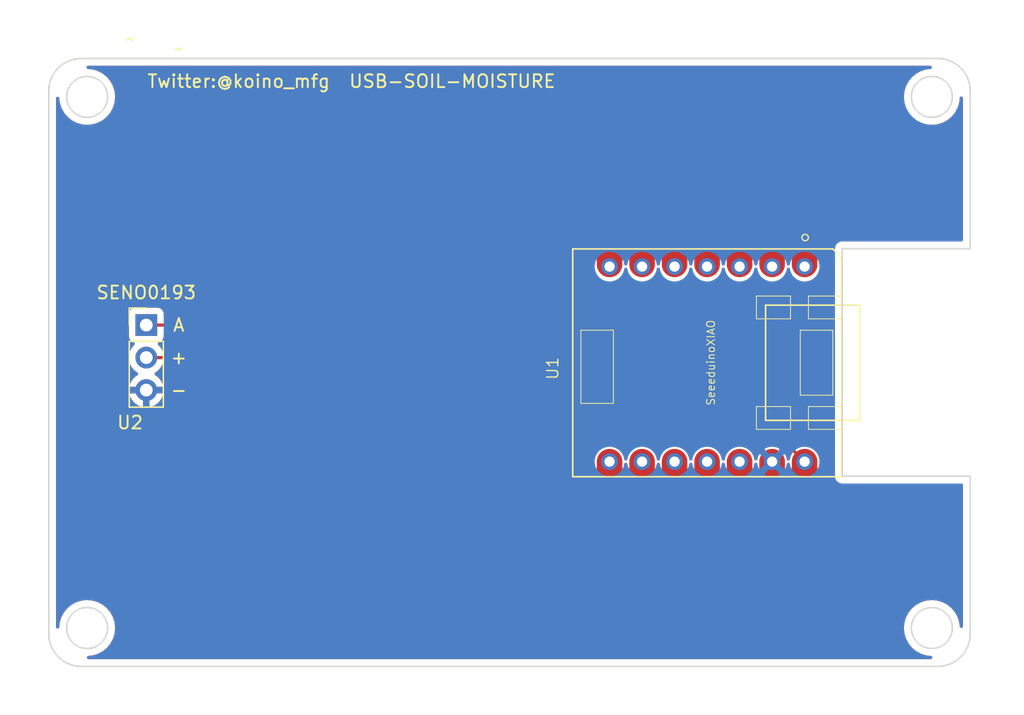
<source format=kicad_pcb>
(kicad_pcb (version 20171130) (host pcbnew "(5.1.2-1)-1")

  (general
    (thickness 1.6)
    (drawings 0)
    (tracks 16)
    (zones 0)
    (modules 4)
    (nets 21)
  )

  (page A4)
  (layers
    (0 F.Cu signal)
    (31 B.Cu signal)
    (32 B.Adhes user)
    (33 F.Adhes user)
    (34 B.Paste user)
    (35 F.Paste user)
    (36 B.SilkS user)
    (37 F.SilkS user)
    (38 B.Mask user)
    (39 F.Mask user)
    (40 Dwgs.User user)
    (41 Cmts.User user)
    (42 Eco1.User user)
    (43 Eco2.User user)
    (44 Edge.Cuts user)
    (45 Margin user)
    (46 B.CrtYd user)
    (47 F.CrtYd user)
    (48 B.Fab user)
    (49 F.Fab user)
  )

  (setup
    (last_trace_width 0.25)
    (trace_clearance 0.2)
    (zone_clearance 0.508)
    (zone_45_only no)
    (trace_min 0.2)
    (via_size 0.8)
    (via_drill 0.4)
    (via_min_size 0.4)
    (via_min_drill 0.3)
    (uvia_size 0.3)
    (uvia_drill 0.1)
    (uvias_allowed no)
    (uvia_min_size 0.2)
    (uvia_min_drill 0.1)
    (edge_width 0.05)
    (segment_width 0.2)
    (pcb_text_width 0.3)
    (pcb_text_size 1.5 1.5)
    (mod_edge_width 0.12)
    (mod_text_size 1 1)
    (mod_text_width 0.15)
    (pad_size 1.524 1.524)
    (pad_drill 0.762)
    (pad_to_mask_clearance 0.051)
    (solder_mask_min_width 0.25)
    (aux_axis_origin 0 0)
    (visible_elements FFFFFF7F)
    (pcbplotparams
      (layerselection 0x010fc_ffffffff)
      (usegerberextensions true)
      (usegerberattributes false)
      (usegerberadvancedattributes false)
      (creategerberjobfile false)
      (excludeedgelayer true)
      (linewidth 0.100000)
      (plotframeref false)
      (viasonmask false)
      (mode 1)
      (useauxorigin false)
      (hpglpennumber 1)
      (hpglpenspeed 20)
      (hpglpendiameter 15.000000)
      (psnegative false)
      (psa4output false)
      (plotreference true)
      (plotvalue true)
      (plotinvisibletext false)
      (padsonsilk false)
      (subtractmaskfromsilk false)
      (outputformat 1)
      (mirror false)
      (drillshape 0)
      (scaleselection 1)
      (outputdirectory "gerbers/"))
  )

  (net 0 "")
  (net 1 "Net-(U1-Pad7)")
  (net 2 "Net-(U1-Pad6)")
  (net 3 "Net-(U1-Pad5)")
  (net 4 "Net-(U1-Pad4)")
  (net 5 "Net-(U1-Pad3)")
  (net 6 "Net-(U1-Pad2)")
  (net 7 "Net-(U1-Pad1)")
  (net 8 "Net-(U1-Pad20)")
  (net 9 "Net-(U1-Pad19)")
  (net 10 "Net-(U1-Pad18)")
  (net 11 "Net-(U1-Pad17)")
  (net 12 "Net-(U1-Pad16)")
  (net 13 "Net-(U1-Pad15)")
  (net 14 "Net-(U1-Pad8)")
  (net 15 "Net-(U1-Pad9)")
  (net 16 "Net-(U1-Pad10)")
  (net 17 "Net-(U1-Pad11)")
  (net 18 "Net-(U1-Pad12)")
  (net 19 GND)
  (net 20 +5V)

  (net_class Default "これはデフォルトのネット クラスです。"
    (clearance 0.2)
    (trace_width 0.25)
    (via_dia 0.8)
    (via_drill 0.4)
    (uvia_dia 0.3)
    (uvia_drill 0.1)
    (add_net +5V)
    (add_net GND)
    (add_net "Net-(U1-Pad1)")
    (add_net "Net-(U1-Pad10)")
    (add_net "Net-(U1-Pad11)")
    (add_net "Net-(U1-Pad12)")
    (add_net "Net-(U1-Pad15)")
    (add_net "Net-(U1-Pad16)")
    (add_net "Net-(U1-Pad17)")
    (add_net "Net-(U1-Pad18)")
    (add_net "Net-(U1-Pad19)")
    (add_net "Net-(U1-Pad2)")
    (add_net "Net-(U1-Pad20)")
    (add_net "Net-(U1-Pad3)")
    (add_net "Net-(U1-Pad4)")
    (add_net "Net-(U1-Pad5)")
    (add_net "Net-(U1-Pad6)")
    (add_net "Net-(U1-Pad7)")
    (add_net "Net-(U1-Pad8)")
    (add_net "Net-(U1-Pad9)")
  )

  (module kicad_mylib:signature_koino (layer F.Cu) (tedit 60898730) (tstamp 6089E9B2)
    (at 7.62 -44.45)
    (fp_text reference ~ (at 2.54 -3.81) (layer F.SilkS)
      (effects (font (size 1 1) (thickness 0.15)))
    )
    (fp_text value signature_koino (at 6.35 -5.58) (layer F.Fab)
      (effects (font (size 1 1) (thickness 0.15)))
    )
    (fp_text user "Twitter:@koino_mfg  USB-SOIL-MOISTURE" (at 0 -1.27) (layer F.SilkS)
      (effects (font (size 1 1) (thickness 0.15)) (justify left))
    )
  )

  (module kicad_mylib:akizuki_C_plate (layer F.Cu) (tedit 6079CF08) (tstamp 60898D2A)
    (at 0 0)
    (fp_text reference ~ (at 6.35 -49.03) (layer F.SilkS)
      (effects (font (size 1 1) (thickness 0.15)))
    )
    (fp_text value akizuki_C_plate (at 6.35 -50.03) (layer F.Fab)
      (effects (font (size 1 1) (thickness 0.15)))
    )
    (fp_line (start 72 -32.64) (end 72 -44.96) (layer Edge.Cuts) (width 0.12))
    (fp_line (start 62 -32.64) (end 72 -32.64) (layer Edge.Cuts) (width 0.12))
    (fp_line (start 62 -14.86) (end 72 -14.86) (layer Edge.Cuts) (width 0.12))
    (fp_line (start 62 -32.64) (end 62 -14.86) (layer Edge.Cuts) (width 0.12))
    (fp_circle (center 69 -44.5) (end 70.6 -44.5) (layer Edge.Cuts) (width 0.12))
    (fp_circle (center 69 -3) (end 70.6 -3) (layer Edge.Cuts) (width 0.12))
    (fp_circle (center 3 -44.5) (end 4.6 -44.5) (layer Edge.Cuts) (width 0.12))
    (fp_circle (center 3 -3) (end 4.6 -3) (layer Edge.Cuts) (width 0.12))
    (fp_arc (start 69.46 -44.96) (end 72 -44.96) (angle -90) (layer Edge.Cuts) (width 0.12))
    (fp_line (start 72 -2.54) (end 72 -14.86) (layer Edge.Cuts) (width 0.12))
    (fp_line (start 2.54 -47.5) (end 69.46 -47.5) (layer Edge.Cuts) (width 0.12))
    (fp_arc (start 2.54 -44.96) (end 2.54 -47.5) (angle -90) (layer Edge.Cuts) (width 0.12))
    (fp_line (start 0 -2.54) (end 0 -44.96) (layer Edge.Cuts) (width 0.12))
    (fp_arc (start 69.46 -2.54) (end 69.46 0) (angle -90) (layer Edge.Cuts) (width 0.12))
    (fp_line (start 2.54 0) (end 69.46 0) (layer Edge.Cuts) (width 0.12))
    (fp_arc (start 2.54 -2.54) (end 0 -2.54) (angle -90) (layer Edge.Cuts) (width 0.12))
  )

  (module kicad_mylib:SENO0193 (layer F.Cu) (tedit 6079D207) (tstamp 607A50B1)
    (at 6.35 -20.32)
    (path /607A9A61)
    (fp_text reference U2 (at 0 1.27) (layer F.SilkS)
      (effects (font (size 1 1) (thickness 0.15)))
    )
    (fp_text value SENO0193 (at 1.27 -10.66) (layer F.Fab)
      (effects (font (size 1 1) (thickness 0.15)))
    )
    (fp_text user SENO0193 (at 1.27 -8.89) (layer F.SilkS)
      (effects (font (size 1 1) (thickness 0.15)))
    )
    (fp_text user - (at 3.81 -1.27) (layer F.SilkS)
      (effects (font (size 1 1) (thickness 0.15)))
    )
    (fp_text user + (at 3.81 -3.81) (layer F.SilkS)
      (effects (font (size 1 1) (thickness 0.15)))
    )
    (fp_text user A (at 3.81 -6.35) (layer F.SilkS)
      (effects (font (size 1 1) (thickness 0.15)))
    )
    (fp_line (start 3.07 0.5) (end 3.07 -8.15) (layer F.CrtYd) (width 0.05))
    (fp_line (start -0.53 -8.15) (end -0.53 0.5) (layer F.CrtYd) (width 0.05))
    (fp_line (start 0 0) (end 0 -6.985) (layer F.Fab) (width 0.1))
    (fp_line (start 3.07 -8.15) (end -0.53 -8.15) (layer F.CrtYd) (width 0.05))
    (fp_line (start 2.54 0) (end 0 0) (layer F.Fab) (width 0.1))
    (fp_line (start 2.54 -7.62) (end 2.54 0) (layer F.Fab) (width 0.1))
    (fp_line (start -0.06 -5.08) (end -0.06 0.06) (layer F.SilkS) (width 0.12))
    (fp_line (start 0 -6.985) (end 0.635 -7.62) (layer F.Fab) (width 0.1))
    (fp_line (start -0.06 0.06) (end 2.6 0.06) (layer F.SilkS) (width 0.12))
    (fp_line (start -0.06 -5.08) (end 2.6 -5.08) (layer F.SilkS) (width 0.12))
    (fp_line (start -0.53 0.5) (end 3.07 0.5) (layer F.CrtYd) (width 0.05))
    (fp_line (start -0.06 -7.68) (end 1.27 -7.68) (layer F.SilkS) (width 0.12))
    (fp_line (start 2.6 -5.08) (end 2.6 0.06) (layer F.SilkS) (width 0.12))
    (fp_line (start -0.06 -6.35) (end -0.06 -7.68) (layer F.SilkS) (width 0.12))
    (fp_line (start 0.635 -7.62) (end 2.54 -7.62) (layer F.Fab) (width 0.1))
    (pad 2 thru_hole oval (at 1.27 -3.81) (size 1.7 1.7) (drill 1) (layers *.Cu *.Mask)
      (net 20 +5V))
    (pad 3 thru_hole oval (at 1.27 -1.27) (size 1.7 1.7) (drill 1) (layers *.Cu *.Mask)
      (net 19 GND))
    (pad 1 thru_hole rect (at 1.27 -6.35) (size 1.7 1.7) (drill 1) (layers *.Cu *.Mask)
      (net 7 "Net-(U1-Pad1)"))
  )

  (module kicad_mylib:SeeedXIAO (layer F.Cu) (tedit 5F990389) (tstamp 607A509B)
    (at 40.94 -32.62 270)
    (path /6079D694)
    (attr smd)
    (fp_text reference U1 (at 9.3345 1.57 90) (layer F.SilkS)
      (effects (font (size 0.889 0.889) (thickness 0.1016)))
    )
    (fp_text value SeeeduinoXIAO (at 8.89 -10.795 90) (layer F.SilkS)
      (effects (font (size 0.6096 0.6096) (thickness 0.0762)))
    )
    (fp_line (start 10.648297 -2.740219) (end 10.648297 -0.879375) (layer F.Fab) (width 0.0254))
    (fp_line (start 10.648297 -0.879375) (end 9.762695 -0.879375) (layer F.Fab) (width 0.0254))
    (fp_line (start 8.140736 -2.740219) (end 8.140736 -0.879375) (layer F.Fab) (width 0.0254))
    (fp_line (start 9.762695 -0.879375) (end 9.762695 -2.740219) (layer F.Fab) (width 0.0254))
    (fp_circle (center 7.698803 -18.804187) (end 7.698803 -19.504187) (layer F.Fab) (width 0.0254))
    (fp_line (start 9.762695 -2.740219) (end 10.648297 -2.740219) (layer F.Fab) (width 0.0254))
    (fp_circle (center 7.698803 -16.264187) (end 7.698803 -17.003347) (layer F.Fab) (width 0.0254))
    (fp_circle (center 10.238803 -16.264187) (end 10.238803 -16.964187) (layer F.Fab) (width 0.0254))
    (fp_circle (center 10.238803 -18.804187) (end 10.238803 -19.504187) (layer F.Fab) (width 0.0254))
    (fp_line (start 8.140736 -0.879375) (end 7.255134 -0.879375) (layer F.Fab) (width 0.0254))
    (fp_line (start 7.255134 -2.740219) (end 8.140736 -2.740219) (layer F.Fab) (width 0.0254))
    (fp_line (start 7.255134 -0.879375) (end 7.255134 -2.740219) (layer F.Fab) (width 0.0254))
    (fp_line (start 17.690567 0.052396) (end 17.693931 -20.919286) (layer F.Fab) (width 0.0254))
    (fp_line (start 0.016954 -20.919286) (end 17.693931 -20.919286) (layer F.Fab) (width 0.0254))
    (fp_line (start 10.490263 -1.026727) (end 10.490263 -2.545647) (layer F.Fab) (width 0.0254))
    (fp_line (start 7.950263 -1.026727) (end 7.447343 -1.026727) (layer F.Fab) (width 0.0254))
    (fp_line (start 13.141768 -20.18874) (end 13.141768 -19.29974) (layer F.Fab) (width 0.0254))
    (fp_line (start 13.141768 -16.001296) (end 13.141768 -15.086896) (layer F.Fab) (width 0.0254))
    (fp_line (start 0.016954 0.073076) (end 0.016954 -20.919286) (layer F.Fab) (width 0.0254))
    (fp_line (start 9.987343 -2.545647) (end 10.490263 -2.545647) (layer F.Fab) (width 0.0254))
    (fp_line (start 0.016954 0.073076) (end 17.693956 0.052392) (layer F.Fab) (width 0.0254))
    (fp_line (start 4.541836 -15.086896) (end 4.541836 -16.001296) (layer F.Fab) (width 0.0254))
    (fp_line (start 10.490263 -1.026727) (end 9.987343 -1.026727) (layer F.Fab) (width 0.0254))
    (fp_line (start 7.950263 -2.545647) (end 7.950263 -1.026727) (layer F.Fab) (width 0.0254))
    (fp_line (start 4.541836 -19.29974) (end 4.541836 -20.18874) (layer F.Fab) (width 0.0254))
    (fp_line (start 9.987343 -1.026727) (end 9.987343 -2.545647) (layer F.Fab) (width 0.0254))
    (fp_line (start 7.447343 -2.545647) (end 7.950263 -2.545647) (layer F.Fab) (width 0.0254))
    (fp_line (start 7.447343 -2.545647) (end 7.447343 -1.026727) (layer F.Fab) (width 0.0254))
    (fp_line (start 6.251256 -16.076735) (end 6.249732 -16.059463) (layer F.Fab) (width 0.0254))
    (fp_line (start 6.251764 -16.09426) (end 6.251256 -16.076735) (layer F.Fab) (width 0.0254))
    (fp_line (start 6.020879 -15.802415) (end 6.00386 -15.798859) (layer F.Fab) (width 0.0254))
    (fp_line (start 5.969316 -15.794795) (end 5.951791 -15.794287) (layer F.Fab) (width 0.0254))
    (fp_line (start 6.070663 -15.818924) (end 6.054407 -15.81232) (layer F.Fab) (width 0.0254))
    (fp_line (start 6.00386 -15.798859) (end 5.986588 -15.796319) (layer F.Fab) (width 0.0254))
    (fp_line (start 6.054407 -15.81232) (end 6.037896 -15.806987) (layer F.Fab) (width 0.0254))
    (fp_line (start 6.157531 -15.876075) (end 6.144576 -15.864391) (layer F.Fab) (width 0.0254))
    (fp_line (start 6.202488 -15.929415) (end 6.192328 -15.915191) (layer F.Fab) (width 0.0254))
    (fp_line (start 6.116636 -15.843563) (end 6.101904 -15.834419) (layer F.Fab) (width 0.0254))
    (fp_line (start 6.192328 -15.915191) (end 6.18166 -15.901475) (layer F.Fab) (width 0.0254))
    (fp_line (start 6.211632 -15.944147) (end 6.202488 -15.929415) (layer F.Fab) (width 0.0254))
    (fp_line (start 6.239064 -16.008155) (end 6.233731 -15.991644) (layer F.Fab) (width 0.0254))
    (fp_line (start 6.227127 -15.975388) (end 6.21976 -15.95964) (layer F.Fab) (width 0.0254))
    (fp_line (start 6.233731 -15.991644) (end 6.227127 -15.975388) (layer F.Fab) (width 0.0254))
    (fp_line (start 2.999803 -12.024164) (end 2.97618 -12.024672) (layer F.Fab) (width 0.0254))
    (fp_line (start 6.243636 -16.025172) (end 6.239064 -16.008155) (layer F.Fab) (width 0.0254))
    (fp_line (start 6.086411 -15.826291) (end 6.070663 -15.818924) (layer F.Fab) (width 0.0254))
    (fp_line (start 6.144576 -15.864391) (end 6.13086 -15.853723) (layer F.Fab) (width 0.0254))
    (fp_line (start 5.986588 -15.796319) (end 5.969316 -15.794795) (layer F.Fab) (width 0.0254))
    (fp_line (start 6.249732 -16.059463) (end 6.247192 -16.042191) (layer F.Fab) (width 0.0254))
    (fp_line (start 6.037896 -15.806987) (end 6.020879 -15.802415) (layer F.Fab) (width 0.0254))
    (fp_line (start 6.13086 -15.853723) (end 6.116636 -15.843563) (layer F.Fab) (width 0.0254))
    (fp_line (start 6.101904 -15.834419) (end 6.086411 -15.826291) (layer F.Fab) (width 0.0254))
    (fp_line (start 6.18166 -15.901475) (end 6.169976 -15.88852) (layer F.Fab) (width 0.0254))
    (fp_line (start 6.21976 -15.95964) (end 6.211632 -15.944147) (layer F.Fab) (width 0.0254))
    (fp_line (start 6.169976 -15.88852) (end 6.157531 -15.876075) (layer F.Fab) (width 0.0254))
    (fp_line (start 6.247192 -16.042191) (end 6.243636 -16.025172) (layer F.Fab) (width 0.0254))
    (fp_line (start 6.054407 -16.3762) (end 6.070663 -16.369596) (layer F.Fab) (width 0.0254))
    (fp_line (start 5.746051 -16.312447) (end 5.759004 -16.324131) (layer F.Fab) (width 0.0254))
    (fp_line (start 5.652324 -16.111787) (end 5.653848 -16.129059) (layer F.Fab) (width 0.0254))
    (fp_line (start 5.659944 -16.025172) (end 5.656388 -16.042191) (layer F.Fab) (width 0.0254))
    (fp_line (start 6.251256 -16.111787) (end 6.251764 -16.09426) (layer F.Fab) (width 0.0254))
    (fp_line (start 6.086411 -16.362231) (end 6.101904 -16.354103) (layer F.Fab) (width 0.0254))
    (fp_line (start 5.951791 -16.394235) (end 5.969316 -16.393727) (layer F.Fab) (width 0.0254))
    (fp_line (start 5.701092 -16.259107) (end 5.711252 -16.273331) (layer F.Fab) (width 0.0254))
    (fp_line (start 6.249732 -16.129059) (end 6.251256 -16.111787) (layer F.Fab) (width 0.0254))
    (fp_line (start 6.243636 -16.163348) (end 6.247192 -16.146331) (layer F.Fab) (width 0.0254))
    (fp_line (start 6.239064 -16.180367) (end 6.243636 -16.163348) (layer F.Fab) (width 0.0254))
    (fp_line (start 6.233731 -16.196876) (end 6.239064 -16.180367) (layer F.Fab) (width 0.0254))
    (fp_line (start 6.21976 -16.22888) (end 6.227127 -16.213132) (layer F.Fab) (width 0.0254))
    (fp_line (start 6.211632 -16.244375) (end 6.21976 -16.22888) (layer F.Fab) (width 0.0254))
    (fp_line (start 6.202488 -16.259107) (end 6.211632 -16.244375) (layer F.Fab) (width 0.0254))
    (fp_line (start 6.192328 -16.273331) (end 6.202488 -16.259107) (layer F.Fab) (width 0.0254))
    (fp_line (start 6.18166 -16.287047) (end 6.192328 -16.273331) (layer F.Fab) (width 0.0254))
    (fp_line (start 6.169976 -16.3) (end 6.18166 -16.287047) (layer F.Fab) (width 0.0254))
    (fp_line (start 5.664516 -16.008155) (end 5.659944 -16.025172) (layer F.Fab) (width 0.0254))
    (fp_line (start 5.733604 -16.3) (end 5.746051 -16.312447) (layer F.Fab) (width 0.0254))
    (fp_line (start 5.656388 -16.042191) (end 5.653848 -16.059463) (layer F.Fab) (width 0.0254))
    (fp_line (start 5.669851 -15.991644) (end 5.664516 -16.008155) (layer F.Fab) (width 0.0254))
    (fp_line (start 5.786944 -16.344959) (end 5.801931 -16.354103) (layer F.Fab) (width 0.0254))
    (fp_line (start 6.157531 -16.312447) (end 6.169976 -16.3) (layer F.Fab) (width 0.0254))
    (fp_line (start 6.144576 -16.324131) (end 6.157531 -16.312447) (layer F.Fab) (width 0.0254))
    (fp_line (start 5.89972 -16.389663) (end 5.916992 -16.392203) (layer F.Fab) (width 0.0254))
    (fp_line (start 5.691948 -15.944147) (end 5.68382 -15.95964) (layer F.Fab) (width 0.0254))
    (fp_line (start 5.849175 -16.3762) (end 5.865684 -16.381535) (layer F.Fab) (width 0.0254))
    (fp_line (start 5.701092 -15.929415) (end 5.691948 -15.944147) (layer F.Fab) (width 0.0254))
    (fp_line (start 5.77272 -16.334799) (end 5.786944 -16.344959) (layer F.Fab) (width 0.0254))
    (fp_line (start 5.676455 -15.975388) (end 5.669851 -15.991644) (layer F.Fab) (width 0.0254))
    (fp_line (start 5.68382 -15.95964) (end 5.676455 -15.975388) (layer F.Fab) (width 0.0254))
    (fp_line (start 6.00386 -16.389663) (end 6.020879 -16.386107) (layer F.Fab) (width 0.0254))
    (fp_line (start 5.934264 -16.393727) (end 5.951791 -16.394235) (layer F.Fab) (width 0.0254))
    (fp_line (start 5.865684 -16.381535) (end 5.882703 -16.386107) (layer F.Fab) (width 0.0254))
    (fp_line (start 5.72192 -16.287047) (end 5.733604 -16.3) (layer F.Fab) (width 0.0254))
    (fp_line (start 5.801931 -16.354103) (end 5.817171 -16.362231) (layer F.Fab) (width 0.0254))
    (fp_line (start 5.669851 -16.196876) (end 5.676455 -16.213132) (layer F.Fab) (width 0.0254))
    (fp_line (start 5.656388 -16.146331) (end 5.659944 -16.163348) (layer F.Fab) (width 0.0254))
    (fp_line (start 5.986588 -16.392203) (end 6.00386 -16.389663) (layer F.Fab) (width 0.0254))
    (fp_line (start 6.101904 -16.354103) (end 6.116636 -16.344959) (layer F.Fab) (width 0.0254))
    (fp_line (start 6.13086 -16.334799) (end 6.144576 -16.324131) (layer F.Fab) (width 0.0254))
    (fp_line (start 6.116636 -16.344959) (end 6.13086 -16.334799) (layer F.Fab) (width 0.0254))
    (fp_line (start 6.070663 -16.369596) (end 6.086411 -16.362231) (layer F.Fab) (width 0.0254))
    (fp_line (start 6.037896 -16.381535) (end 6.054407 -16.3762) (layer F.Fab) (width 0.0254))
    (fp_line (start 5.916992 -16.392203) (end 5.934264 -16.393727) (layer F.Fab) (width 0.0254))
    (fp_line (start 5.653848 -16.059463) (end 5.652324 -16.076735) (layer F.Fab) (width 0.0254))
    (fp_line (start 5.691948 -16.24412) (end 5.701092 -16.259107) (layer F.Fab) (width 0.0254))
    (fp_line (start 5.676455 -16.213132) (end 5.68382 -16.22888) (layer F.Fab) (width 0.0254))
    (fp_line (start 5.659944 -16.163348) (end 5.664516 -16.180367) (layer F.Fab) (width 0.0254))
    (fp_line (start 5.651816 -16.09426) (end 5.652324 -16.111787) (layer F.Fab) (width 0.0254))
    (fp_line (start 5.817171 -16.362231) (end 5.832919 -16.369596) (layer F.Fab) (width 0.0254))
    (fp_line (start 5.664516 -16.180367) (end 5.669851 -16.196876) (layer F.Fab) (width 0.0254))
    (fp_line (start 5.68382 -16.22888) (end 5.691948 -16.24412) (layer F.Fab) (width 0.0254))
    (fp_line (start 5.882703 -16.386107) (end 5.89972 -16.389663) (layer F.Fab) (width 0.0254))
    (fp_line (start 5.832919 -16.369596) (end 5.849175 -16.3762) (layer F.Fab) (width 0.0254))
    (fp_line (start 5.653848 -16.129059) (end 5.656388 -16.146331) (layer F.Fab) (width 0.0254))
    (fp_line (start 5.759004 -16.324131) (end 5.77272 -16.334799) (layer F.Fab) (width 0.0254))
    (fp_line (start 5.969316 -16.393727) (end 5.986588 -16.392203) (layer F.Fab) (width 0.0254))
    (fp_line (start 6.247192 -16.146331) (end 6.249732 -16.129059) (layer F.Fab) (width 0.0254))
    (fp_line (start 6.227127 -16.213132) (end 6.233731 -16.196876) (layer F.Fab) (width 0.0254))
    (fp_line (start 6.020879 -16.386107) (end 6.037896 -16.381535) (layer F.Fab) (width 0.0254))
    (fp_line (start 5.711252 -16.273331) (end 5.72192 -16.287047) (layer F.Fab) (width 0.0254))
    (fp_line (start 5.652324 -16.076735) (end 5.651816 -16.09426) (layer F.Fab) (width 0.0254))
    (fp_line (start 11.612943 -15.818924) (end 11.597195 -15.826291) (layer F.Fab) (width 0.0254))
    (fp_line (start 11.581955 -15.834419) (end 11.566968 -15.843563) (layer F.Fab) (width 0.0254))
    (fp_line (start 11.436412 -16.146331) (end 11.439968 -16.163348) (layer F.Fab) (width 0.0254))
    (fp_line (start 11.439968 -16.025172) (end 11.436412 -16.042191) (layer F.Fab) (width 0.0254))
    (fp_line (start 11.44454 -16.180367) (end 11.449875 -16.196876) (layer F.Fab) (width 0.0254))
    (fp_line (start 11.439968 -16.163348) (end 11.44454 -16.180367) (layer F.Fab) (width 0.0254))
    (fp_line (start 11.501944 -15.901475) (end 11.491276 -15.915191) (layer F.Fab) (width 0.0254))
    (fp_line (start 11.433872 -16.129059) (end 11.436412 -16.146331) (layer F.Fab) (width 0.0254))
    (fp_line (start 11.471972 -15.944147) (end 11.463844 -15.95964) (layer F.Fab) (width 0.0254))
    (fp_line (start 11.432348 -16.111787) (end 11.433872 -16.129059) (layer F.Fab) (width 0.0254))
    (fp_line (start 11.432348 -16.076735) (end 11.43184 -16.09426) (layer F.Fab) (width 0.0254))
    (fp_line (start 11.481116 -15.929415) (end 11.471972 -15.944147) (layer F.Fab) (width 0.0254))
    (fp_line (start 11.433872 -16.059463) (end 11.432348 -16.076735) (layer F.Fab) (width 0.0254))
    (fp_line (start 11.539028 -15.864391) (end 11.526075 -15.876075) (layer F.Fab) (width 0.0254))
    (fp_line (start 11.436412 -16.042191) (end 11.433872 -16.059463) (layer F.Fab) (width 0.0254))
    (fp_line (start 11.491276 -15.915191) (end 11.481116 -15.929415) (layer F.Fab) (width 0.0254))
    (fp_line (start 11.566968 -15.843563) (end 11.552744 -15.853723) (layer F.Fab) (width 0.0254))
    (fp_line (start 11.449875 -15.991644) (end 11.44454 -16.008155) (layer F.Fab) (width 0.0254))
    (fp_line (start 11.456479 -15.975388) (end 11.449875 -15.991644) (layer F.Fab) (width 0.0254))
    (fp_line (start 11.597195 -15.826291) (end 11.581955 -15.834419) (layer F.Fab) (width 0.0254))
    (fp_line (start 11.629199 -15.81232) (end 11.612943 -15.818924) (layer F.Fab) (width 0.0254))
    (fp_line (start 11.463844 -15.95964) (end 11.456479 -15.975388) (layer F.Fab) (width 0.0254))
    (fp_line (start 11.526075 -15.876075) (end 11.513628 -15.88852) (layer F.Fab) (width 0.0254))
    (fp_line (start 11.43184 -16.09426) (end 11.432348 -16.111787) (layer F.Fab) (width 0.0254))
    (fp_line (start 11.552744 -15.853723) (end 11.539028 -15.864391) (layer F.Fab) (width 0.0254))
    (fp_line (start 11.44454 -16.008155) (end 11.439968 -16.025172) (layer F.Fab) (width 0.0254))
    (fp_line (start 11.513628 -15.88852) (end 11.501944 -15.901475) (layer F.Fab) (width 0.0254))
    (fp_line (start 11.645708 -15.806987) (end 11.629199 -15.81232) (layer F.Fab) (width 0.0254))
    (fp_line (start 15.113824 -1.831399) (end 15.098584 -1.813364) (layer F.Fab) (width 0.0254))
    (fp_line (start 14.973871 -1.707192) (end 14.953551 -1.695255) (layer F.Fab) (width 0.0254))
    (fp_line (start 15.171228 -2.428552) (end 15.181896 -2.407471) (layer F.Fab) (width 0.0254))
    (fp_line (start 15.224568 -2.273612) (end 15.228379 -2.250499) (layer F.Fab) (width 0.0254))
    (fp_line (start 15.20374 -1.995483) (end 15.195612 -1.973384) (layer F.Fab) (width 0.0254))
    (fp_line (start 15.022131 -2.607876) (end 15.040164 -2.593144) (layer F.Fab) (width 0.0254))
    (fp_line (start 15.066327 -1.779328) (end 15.049055 -1.763327) (layer F.Fab) (width 0.0254))
    (fp_line (start 14.777275 -1.632516) (end 14.75416 -1.62896) (layer F.Fab) (width 0.0254))
    (fp_line (start 11.662727 -15.802415) (end 11.645708 -15.806987) (layer F.Fab) (width 0.0254))
    (fp_line (start 15.128048 -1.850195) (end 15.113824 -1.831399) (layer F.Fab) (width 0.0254))
    (fp_line (start 14.707424 -1.624896) (end 14.683803 -1.624388) (layer F.Fab) (width 0.0254))
    (fp_line (start 15.012732 -1.733608) (end 14.993683 -1.719892) (layer F.Fab) (width 0.0254))
    (fp_line (start 15.098584 -1.813364) (end 15.082836 -1.796092) (layer F.Fab) (width 0.0254))
    (fp_line (start 14.890051 -1.66452) (end 14.868207 -1.656139) (layer F.Fab) (width 0.0254))
    (fp_line (start 15.165895 -1.909631) (end 15.153956 -1.889311) (layer F.Fab) (width 0.0254))
    (fp_line (start 15.217203 -2.04044) (end 15.211107 -2.017835) (layer F.Fab) (width 0.0254))
    (fp_line (start 15.232188 -2.133151) (end 15.229903 -2.109783) (layer F.Fab) (width 0.0254))
    (fp_line (start 15.233459 -2.156772) (end 15.232188 -2.133151) (layer F.Fab) (width 0.0254))
    (fp_line (start 15.219996 -2.296727) (end 15.224568 -2.273612) (layer F.Fab) (width 0.0254))
    (fp_line (start 15.231172 -2.227131) (end 15.232951 -2.203763) (layer F.Fab) (width 0.0254))
    (fp_line (start 15.214155 -2.319587) (end 15.219996 -2.296727) (layer F.Fab) (width 0.0254))
    (fp_line (start 15.191295 -2.386135) (end 15.199931 -2.364291) (layer F.Fab) (width 0.0254))
    (fp_line (start 14.953551 -1.695255) (end 14.932976 -1.684079) (layer F.Fab) (width 0.0254))
    (fp_line (start 15.082836 -1.796092) (end 15.066327 -1.779328) (layer F.Fab) (width 0.0254))
    (fp_line (start 11.679744 -15.798859) (end 11.662727 -15.802415) (layer F.Fab) (width 0.0254))
    (fp_line (start 15.090964 -2.544123) (end 15.106204 -2.526343) (layer F.Fab) (width 0.0254))
    (fp_line (start 14.91164 -1.673919) (end 14.890051 -1.66452) (layer F.Fab) (width 0.0254))
    (fp_line (start 15.153956 -1.889311) (end 15.141511 -1.869499) (layer F.Fab) (width 0.0254))
    (fp_line (start 15.211107 -2.017835) (end 15.20374 -1.995483) (layer F.Fab) (width 0.0254))
    (fp_line (start 15.207551 -2.341939) (end 15.214155 -2.319587) (layer F.Fab) (width 0.0254))
    (fp_line (start 15.074708 -2.56114) (end 15.090964 -2.544123) (layer F.Fab) (width 0.0254))
    (fp_line (start 15.106204 -2.526343) (end 15.120936 -2.5078) (layer F.Fab) (width 0.0254))
    (fp_line (start 15.186723 -1.951795) (end 15.176563 -1.930459) (layer F.Fab) (width 0.0254))
    (fp_line (start 11.697016 -15.796319) (end 11.679744 -15.798859) (layer F.Fab) (width 0.0254))
    (fp_line (start 11.731815 -15.794287) (end 11.714288 -15.794795) (layer F.Fab) (width 0.0254))
    (fp_line (start 14.730792 -1.62642) (end 14.707424 -1.624896) (layer F.Fab) (width 0.0254))
    (fp_line (start 11.714288 -15.794795) (end 11.697016 -15.796319) (layer F.Fab) (width 0.0254))
    (fp_line (start 15.229903 -2.109783) (end 15.2266 -2.086415) (layer F.Fab) (width 0.0254))
    (fp_line (start 14.868207 -1.656139) (end 14.845855 -1.648772) (layer F.Fab) (width 0.0254))
    (fp_line (start 14.75416 -1.62896) (end 14.730792 -1.62642) (layer F.Fab) (width 0.0254))
    (fp_line (start 15.040164 -2.593144) (end 15.057944 -2.577396) (layer F.Fab) (width 0.0254))
    (fp_line (start 14.932976 -1.684079) (end 14.91164 -1.673919) (layer F.Fab) (width 0.0254))
    (fp_line (start 14.800388 -1.636835) (end 14.777275 -1.632516) (layer F.Fab) (width 0.0254))
    (fp_line (start 14.993683 -1.719892) (end 14.973871 -1.707192) (layer F.Fab) (width 0.0254))
    (fp_line (start 15.195612 -1.973384) (end 15.186723 -1.951795) (layer F.Fab) (width 0.0254))
    (fp_line (start 14.823248 -1.642423) (end 14.800388 -1.636835) (layer F.Fab) (width 0.0254))
    (fp_line (start 14.845855 -1.648772) (end 14.823248 -1.642423) (layer F.Fab) (width 0.0254))
    (fp_line (start 15.003335 -2.621847) (end 15.022131 -2.607876) (layer F.Fab) (width 0.0254))
    (fp_line (start 15.031275 -1.748087) (end 15.012732 -1.733608) (layer F.Fab) (width 0.0254))
    (fp_line (start 15.233712 -2.18014) (end 15.233459 -2.156772) (layer F.Fab) (width 0.0254))
    (fp_line (start 15.049055 -1.763327) (end 15.031275 -1.748087) (layer F.Fab) (width 0.0254))
    (fp_line (start 15.176563 -1.930459) (end 15.165895 -1.909631) (layer F.Fab) (width 0.0254))
    (fp_line (start 15.232951 -2.203763) (end 15.233712 -2.18014) (layer F.Fab) (width 0.0254))
    (fp_line (start 15.199931 -2.364291) (end 15.207551 -2.341939) (layer F.Fab) (width 0.0254))
    (fp_line (start 15.160052 -2.44938) (end 15.171228 -2.428552) (layer F.Fab) (width 0.0254))
    (fp_line (start 15.14786 -2.469447) (end 15.160052 -2.44938) (layer F.Fab) (width 0.0254))
    (fp_line (start 15.120936 -2.5078) (end 15.134907 -2.489004) (layer F.Fab) (width 0.0254))
    (fp_line (start 15.057944 -2.577396) (end 15.074708 -2.56114) (layer F.Fab) (width 0.0254))
    (fp_line (start 15.141511 -1.869499) (end 15.128048 -1.850195) (layer F.Fab) (width 0.0254))
    (fp_line (start 15.222536 -2.0633) (end 15.217203 -2.04044) (layer F.Fab) (width 0.0254))
    (fp_line (start 15.2266 -2.086415) (end 15.222536 -2.0633) (layer F.Fab) (width 0.0254))
    (fp_line (start 15.228379 -2.250499) (end 15.231172 -2.227131) (layer F.Fab) (width 0.0254))
    (fp_line (start 15.181896 -2.407471) (end 15.191295 -2.386135) (layer F.Fab) (width 0.0254))
    (fp_line (start 15.134907 -2.489004) (end 15.14786 -2.469447) (layer F.Fab) (width 0.0254))
    (fp_line (start 17.31448 -0.712528) (end 17.343691 -0.751899) (layer F.Fab) (width 0.0254))
    (fp_line (start 17.702847 -1.604068) (end 17.710467 -1.652583) (layer F.Fab) (width 0.0254))
    (fp_line (start 17.672875 -1.459796) (end 17.684051 -1.507803) (layer F.Fab) (width 0.0254))
    (fp_line (start 17.521236 -1.045523) (end 17.542572 -1.089972) (layer F.Fab) (width 0.0254))
    (fp_line (start 17.399571 -0.832671) (end 17.425987 -0.874072) (layer F.Fab) (width 0.0254))
    (fp_line (start 17.284 -0.67392) (end 17.31448 -0.712528) (layer F.Fab) (width 0.0254))
    (fp_line (start 16.600487 -0.124772) (end 16.644175 -0.146871) (layer F.Fab) (width 0.0254))
    (fp_line (start 17.693956 -1.555808) (end 17.702847 -1.604068) (layer F.Fab) (width 0.0254))
    (fp_line (start 17.475771 -0.958655) (end 17.499139 -1.001835) (layer F.Fab) (width 0.0254))
    (fp_line (start 17.343691 -0.751899) (end 17.372139 -0.791776) (layer F.Fab) (width 0.0254))
    (fp_line (start 17.599723 -1.225608) (end 17.616487 -1.271836) (layer F.Fab) (width 0.0254))
    (fp_line (start 16.511332 -0.083371) (end 16.556036 -0.103436) (layer F.Fab) (width 0.0254))
    (fp_line (start 17.581688 -1.179888) (end 17.599723 -1.225608) (layer F.Fab) (width 0.0254))
    (fp_line (start 17.542572 -1.089972) (end 17.562639 -1.134676) (layer F.Fab) (width 0.0254))
    (fp_line (start 16.894111 -0.302319) (end 16.93348 -0.331528) (layer F.Fab) (width 0.0254))
    (fp_line (start 16.771936 -0.220023) (end 16.813339 -0.246439) (layer F.Fab) (width 0.0254))
    (fp_line (start 16.972088 -0.362008) (end 17.010188 -0.392996) (layer F.Fab) (width 0.0254))
    (fp_line (start 17.372139 -0.791776) (end 17.399571 -0.832671) (layer F.Fab) (width 0.0254))
    (fp_line (start 16.93348 -0.331528) (end 16.972088 -0.362008) (layer F.Fab) (width 0.0254))
    (fp_line (start 17.187735 -0.562415) (end 17.220755 -0.598736) (layer F.Fab) (width 0.0254))
    (fp_line (start 16.644175 -0.146871) (end 16.687355 -0.170239) (layer F.Fab) (width 0.0254))
    (fp_line (start 17.220755 -0.598736) (end 17.253012 -0.63582) (layer F.Fab) (width 0.0254))
    (fp_line (start 16.854232 -0.273871) (end 16.894111 -0.302319) (layer F.Fab) (width 0.0254))
    (fp_line (start 16.730027 -0.194623) (end 16.771936 -0.220023) (layer F.Fab) (width 0.0254))
    (fp_line (start 17.717071 -1.701351) (end 17.722404 -1.750119) (layer F.Fab) (width 0.0254))
    (fp_line (start 17.660428 -1.412299) (end 17.672875 -1.459796) (layer F.Fab) (width 0.0254))
    (fp_line (start 17.616487 -1.271836) (end 17.632235 -1.318319) (layer F.Fab) (width 0.0254))
    (fp_line (start 17.562639 -1.134676) (end 17.581688 -1.179888) (layer F.Fab) (width 0.0254))
    (fp_line (start 17.153952 -0.526855) (end 17.187735 -0.562415) (layer F.Fab) (width 0.0254))
    (fp_line (start 17.010188 -0.392996) (end 17.047272 -0.425255) (layer F.Fab) (width 0.0254))
    (fp_line (start 16.687355 -0.170239) (end 16.730027 -0.194623) (layer F.Fab) (width 0.0254))
    (fp_line (start 16.46612 -0.06432) (end 16.511332 -0.083371) (layer F.Fab) (width 0.0254))
    (fp_line (start 17.499139 -1.001835) (end 17.521236 -1.045523) (layer F.Fab) (width 0.0254))
    (fp_line (start 17.646967 -1.365055) (end 17.660428 -1.412299) (layer F.Fab) (width 0.0254))
    (fp_line (start 17.119155 -0.492056) (end 17.153952 -0.526855) (layer F.Fab) (width 0.0254))
    (fp_line (start 17.632235 -1.318319) (end 17.646967 -1.365055) (layer F.Fab) (width 0.0254))
    (fp_line (start 17.047272 -0.425255) (end 17.083595 -0.458275) (layer F.Fab) (width 0.0254))
    (fp_line (start 16.4204 -0.046287) (end 16.46612 -0.06432) (layer F.Fab) (width 0.0254))
    (fp_line (start 16.813339 -0.246439) (end 16.854232 -0.273871) (layer F.Fab) (width 0.0254))
    (fp_line (start 17.451387 -0.915983) (end 17.475771 -0.958655) (layer F.Fab) (width 0.0254))
    (fp_line (start 16.556036 -0.103436) (end 16.600487 -0.124772) (layer F.Fab) (width 0.0254))
    (fp_line (start 17.083595 -0.458275) (end 17.119155 -0.492056) (layer F.Fab) (width 0.0254))
    (fp_line (start 17.425987 -0.874072) (end 17.451387 -0.915983) (layer F.Fab) (width 0.0254))
    (fp_line (start 17.710467 -1.652583) (end 17.717071 -1.701351) (layer F.Fab) (width 0.0254))
    (fp_line (start 17.253012 -0.63582) (end 17.284 -0.67392) (layer F.Fab) (width 0.0254))
    (fp_line (start 17.684051 -1.507803) (end 17.693956 -1.555808) (layer F.Fab) (width 0.0254))
    (fp_line (start 14.648496 -2.723192) (end 14.672119 -2.724208) (layer F.Fab) (width 0.0254))
    (fp_line (start 14.466632 -2.679504) (end 14.488476 -2.688395) (layer F.Fab) (width 0.0254))
    (fp_line (start 14.364271 -2.621847) (end 14.383828 -2.635055) (layer F.Fab) (width 0.0254))
    (fp_line (start 14.153451 -2.319587) (end 14.160055 -2.341939) (layer F.Fab) (width 0.0254))
    (fp_line (start 14.30966 -2.577396) (end 14.32744 -2.593144) (layer F.Fab) (width 0.0254))
    (fp_line (start 14.445296 -2.669852) (end 14.466632 -2.679504) (layer F.Fab) (width 0.0254))
    (fp_line (start 14.424215 -2.659184) (end 14.445296 -2.669852) (layer F.Fab) (width 0.0254))
    (fp_line (start 14.811819 -2.708968) (end 14.834679 -2.703127) (layer F.Fab) (width 0.0254))
    (fp_line (start 14.719108 -2.723192) (end 14.742476 -2.72116) (layer F.Fab) (width 0.0254))
    (fp_line (start 14.60176 -2.718112) (end 14.625128 -2.72116) (layer F.Fab) (width 0.0254))
    (fp_line (start 14.532927 -2.703127) (end 14.555787 -2.708968) (layer F.Fab) (width 0.0254))
    (fp_line (start 14.510575 -2.696268) (end 14.532927 -2.703127) (layer F.Fab) (width 0.0254))
    (fp_line (start 14.147608 -2.296727) (end 14.153451 -2.319587) (layer F.Fab) (width 0.0254))
    (fp_line (start 14.345475 -2.607876) (end 14.364271 -2.621847) (layer F.Fab) (width 0.0254))
    (fp_line (start 14.555787 -2.708968) (end 14.578647 -2.714048) (layer F.Fab) (width 0.0254))
    (fp_line (start 14.32744 -2.593144) (end 14.345475 -2.607876) (layer F.Fab) (width 0.0254))
    (fp_line (start 14.219744 -2.469447) (end 14.232699 -2.489004) (layer F.Fab) (width 0.0254))
    (fp_line (start 14.983776 -2.635055) (end 15.003335 -2.621847) (layer F.Fab) (width 0.0254))
    (fp_line (start 14.403895 -2.6475) (end 14.424215 -2.659184) (layer F.Fab) (width 0.0254))
    (fp_line (start 14.963711 -2.6475) (end 14.983776 -2.635055) (layer F.Fab) (width 0.0254))
    (fp_line (start 14.922308 -2.669852) (end 14.943391 -2.659184) (layer F.Fab) (width 0.0254))
    (fp_line (start 14.176311 -2.386135) (end 14.185708 -2.407471) (layer F.Fab) (width 0.0254))
    (fp_line (start 14.2614 -2.526343) (end 14.27664 -2.544123) (layer F.Fab) (width 0.0254))
    (fp_line (start 14.196376 -2.428552) (end 14.207552 -2.449127) (layer F.Fab) (width 0.0254))
    (fp_line (start 14.185708 -2.407471) (end 14.196376 -2.428552) (layer F.Fab) (width 0.0254))
    (fp_line (start 14.943391 -2.659184) (end 14.963711 -2.6475) (layer F.Fab) (width 0.0254))
    (fp_line (start 14.27664 -2.544123) (end 14.292896 -2.56114) (layer F.Fab) (width 0.0254))
    (fp_line (start 14.625128 -2.72116) (end 14.648496 -2.723192) (layer F.Fab) (width 0.0254))
    (fp_line (start 14.167675 -2.364291) (end 14.176311 -2.386135) (layer F.Fab) (width 0.0254))
    (fp_line (start 14.765844 -2.718112) (end 14.788959 -2.714048) (layer F.Fab) (width 0.0254))
    (fp_line (start 14.488476 -2.688395) (end 14.510575 -2.696268) (layer F.Fab) (width 0.0254))
    (fp_line (start 14.900972 -2.679504) (end 14.922308 -2.669852) (layer F.Fab) (width 0.0254))
    (fp_line (start 14.834679 -2.703127) (end 14.857031 -2.696268) (layer F.Fab) (width 0.0254))
    (fp_line (start 14.383828 -2.635055) (end 14.403895 -2.6475) (layer F.Fab) (width 0.0254))
    (fp_line (start 14.742476 -2.72116) (end 14.765844 -2.718112) (layer F.Fab) (width 0.0254))
    (fp_line (start 14.695487 -2.724208) (end 14.719108 -2.723192) (layer F.Fab) (width 0.0254))
    (fp_line (start 14.578647 -2.714048) (end 14.60176 -2.718112) (layer F.Fab) (width 0.0254))
    (fp_line (start 14.160055 -2.341939) (end 14.167675 -2.364291) (layer F.Fab) (width 0.0254))
    (fp_line (start 14.292896 -2.56114) (end 14.30966 -2.577396) (layer F.Fab) (width 0.0254))
    (fp_line (start 14.879128 -2.688395) (end 14.900972 -2.679504) (layer F.Fab) (width 0.0254))
    (fp_line (start 14.857031 -2.696268) (end 14.879128 -2.688395) (layer F.Fab) (width 0.0254))
    (fp_line (start 14.246668 -2.5078) (end 14.2614 -2.526343) (layer F.Fab) (width 0.0254))
    (fp_line (start 14.207552 -2.449127) (end 14.219744 -2.469447) (layer F.Fab) (width 0.0254))
    (fp_line (start 14.672119 -2.724208) (end 14.695487 -2.724208) (layer F.Fab) (width 0.0254))
    (fp_line (start 14.232699 -2.489004) (end 14.246668 -2.5078) (layer F.Fab) (width 0.0254))
    (fp_line (start 14.788959 -2.714048) (end 14.811819 -2.708968) (layer F.Fab) (width 0.0254))
    (fp_line (start 15.944659 0.071061) (end 15.993427 0.064457) (layer F.Fab) (width 0.0254))
    (fp_line (start 1.127568 -0.103436) (end 1.172272 -0.083371) (layer F.Fab) (width 0.0254))
    (fp_line (start 1.545399 0.038041) (end 1.593404 0.047948) (layer F.Fab) (width 0.0254))
    (fp_line (start 0.953579 -0.194623) (end 0.996251 -0.170239) (layer F.Fab) (width 0.0254))
    (fp_line (start 1.983803 0.085793) (end 15.699803 0.085793) (layer F.Fab) (width 0.0254))
    (fp_line (start 0.789495 -0.302319) (end 0.829372 -0.273871) (layer F.Fab) (width 0.0254))
    (fp_line (start 0.911668 -0.220023) (end 0.953579 -0.194623) (layer F.Fab) (width 0.0254))
    (fp_line (start 15.993427 0.064457) (end 16.04194 0.056837) (layer F.Fab) (width 0.0254))
    (fp_line (start 15.699803 0.085793) (end 15.748824 0.085285) (layer F.Fab) (width 0.0254))
    (fp_line (start 1.836736 0.08046) (end 1.885504 0.083508) (layer F.Fab) (width 0.0254))
    (fp_line (start 1.787715 0.076396) (end 1.836736 0.08046) (layer F.Fab) (width 0.0254))
    (fp_line (start 1.497392 0.026865) (end 1.545399 0.038041) (layer F.Fab) (width 0.0254))
    (fp_line (start 0.996251 -0.170239) (end 1.039431 -0.146871) (layer F.Fab) (width 0.0254))
    (fp_line (start 0.829372 -0.273871) (end 0.870267 -0.246439) (layer F.Fab) (width 0.0254))
    (fp_line (start 16.280955 0.000957) (end 16.327691 -0.013775) (layer F.Fab) (width 0.0254))
    (fp_line (start 1.355915 -0.013775) (end 1.402651 0.000957) (layer F.Fab) (width 0.0254))
    (fp_line (start 1.641664 0.056837) (end 1.690179 0.064457) (layer F.Fab) (width 0.0254))
    (fp_line (start 16.233711 0.01442) (end 16.280955 0.000957) (layer F.Fab) (width 0.0254))
    (fp_line (start 1.309432 -0.029523) (end 1.355915 -0.013775) (layer F.Fab) (width 0.0254))
    (fp_line (start 1.083119 -0.124772) (end 1.127568 -0.103436) (layer F.Fab) (width 0.0254))
    (fp_line (start 0.711516 -0.362008) (end 0.750124 -0.331528) (layer F.Fab) (width 0.0254))
    (fp_line (start 15.846868 0.08046) (end 15.895891 0.076396) (layer F.Fab) (width 0.0254))
    (fp_line (start 1.217484 -0.06432) (end 1.263204 -0.046287) (layer F.Fab) (width 0.0254))
    (fp_line (start 16.186212 0.026865) (end 16.233711 0.01442) (layer F.Fab) (width 0.0254))
    (fp_line (start 1.449895 0.01442) (end 1.497392 0.026865) (layer F.Fab) (width 0.0254))
    (fp_line (start 16.0902 0.047948) (end 16.138207 0.038041) (layer F.Fab) (width 0.0254))
    (fp_line (start 1.402651 0.000957) (end 1.449895 0.01442) (layer F.Fab) (width 0.0254))
    (fp_line (start 16.374172 -0.029523) (end 16.4204 -0.046287) (layer F.Fab) (width 0.0254))
    (fp_line (start 16.327691 -0.013775) (end 16.374172 -0.029523) (layer F.Fab) (width 0.0254))
    (fp_line (start 0.750124 -0.331528) (end 0.789495 -0.302319) (layer F.Fab) (width 0.0254))
    (fp_line (start 1.885504 0.083508) (end 1.93478 0.085285) (layer F.Fab) (width 0.0254))
    (fp_line (start 16.138207 0.038041) (end 16.186212 0.026865) (layer F.Fab) (width 0.0254))
    (fp_line (start 1.263204 -0.046287) (end 1.309432 -0.029523) (layer F.Fab) (width 0.0254))
    (fp_line (start 16.04194 0.056837) (end 16.0902 0.047948) (layer F.Fab) (width 0.0254))
    (fp_line (start 15.748824 0.085285) (end 15.7981 0.083508) (layer F.Fab) (width 0.0254))
    (fp_line (start 1.93478 0.085285) (end 1.983803 0.085793) (layer F.Fab) (width 0.0254))
    (fp_line (start 1.690179 0.064457) (end 1.738947 0.071061) (layer F.Fab) (width 0.0254))
    (fp_line (start 1.593404 0.047948) (end 1.641664 0.056837) (layer F.Fab) (width 0.0254))
    (fp_line (start 0.636332 -0.425255) (end 0.673416 -0.392996) (layer F.Fab) (width 0.0254))
    (fp_line (start 0.870267 -0.246439) (end 0.911668 -0.220023) (layer F.Fab) (width 0.0254))
    (fp_line (start 0.673416 -0.392996) (end 0.711516 -0.362008) (layer F.Fab) (width 0.0254))
    (fp_line (start 1.738947 0.071061) (end 1.787715 0.076396) (layer F.Fab) (width 0.0254))
    (fp_line (start 15.895891 0.076396) (end 15.944659 0.071061) (layer F.Fab) (width 0.0254))
    (fp_line (start 15.7981 0.083508) (end 15.846868 0.08046) (layer F.Fab) (width 0.0254))
    (fp_line (start 1.039431 -0.146871) (end 1.083119 -0.124772) (layer F.Fab) (width 0.0254))
    (fp_line (start 1.172272 -0.083371) (end 1.217484 -0.06432) (layer F.Fab) (width 0.0254))
    (fp_line (start 3.373944 -12.977172) (end 3.390708 -12.960916) (layer F.Fab) (width 0.0254))
    (fp_line (start 2.848927 -13.102903) (end 2.871787 -13.108744) (layer F.Fab) (width 0.0254))
    (fp_line (start 3.238308 -13.069628) (end 3.259391 -13.05896) (layer F.Fab) (width 0.0254))
    (fp_line (start 3.338131 -13.007652) (end 3.356164 -12.99292) (layer F.Fab) (width 0.0254))
    (fp_line (start 3.259391 -13.05896) (end 3.279711 -13.047276) (layer F.Fab) (width 0.0254))
    (fp_line (start 3.173031 -13.096044) (end 3.195128 -13.088171) (layer F.Fab) (width 0.0254))
    (fp_line (start 3.150679 -13.102903) (end 3.173031 -13.096044) (layer F.Fab) (width 0.0254))
    (fp_line (start 3.035108 -13.122968) (end 3.058476 -13.120936) (layer F.Fab) (width 0.0254))
    (fp_line (start 2.826575 -13.096044) (end 2.848927 -13.102903) (layer F.Fab) (width 0.0254))
    (fp_line (start 2.91776 -13.117888) (end 2.941128 -13.120936) (layer F.Fab) (width 0.0254))
    (fp_line (start 3.356164 -12.99292) (end 3.373944 -12.977172) (layer F.Fab) (width 0.0254))
    (fp_line (start 3.195128 -13.088171) (end 3.216972 -13.07928) (layer F.Fab) (width 0.0254))
    (fp_line (start 3.011487 -13.123984) (end 3.035108 -13.122968) (layer F.Fab) (width 0.0254))
    (fp_line (start 2.894647 -13.113824) (end 2.91776 -13.117888) (layer F.Fab) (width 0.0254))
    (fp_line (start 2.941128 -13.120936) (end 2.964496 -13.122968) (layer F.Fab) (width 0.0254))
    (fp_line (start 2.804476 -13.088171) (end 2.826575 -13.096044) (layer F.Fab) (width 0.0254))
    (fp_line (start 3.319335 -13.021623) (end 3.338131 -13.007652) (layer F.Fab) (width 0.0254))
    (fp_line (start 3.299776 -13.034831) (end 3.319335 -13.021623) (layer F.Fab) (width 0.0254))
    (fp_line (start 3.058476 -13.120936) (end 3.081844 -13.117888) (layer F.Fab) (width 0.0254))
    (fp_line (start 3.104959 -13.113824) (end 3.127819 -13.108744) (layer F.Fab) (width 0.0254))
    (fp_line (start 3.279711 -13.047276) (end 3.299776 -13.034831) (layer F.Fab) (width 0.0254))
    (fp_line (start 3.216972 -13.07928) (end 3.238308 -13.069628) (layer F.Fab) (width 0.0254))
    (fp_line (start 3.081844 -13.117888) (end 3.104959 -13.113824) (layer F.Fab) (width 0.0254))
    (fp_line (start 2.964496 -13.122968) (end 2.988119 -13.123984) (layer F.Fab) (width 0.0254))
    (fp_line (start 2.988119 -13.123984) (end 3.011487 -13.123984) (layer F.Fab) (width 0.0254))
    (fp_line (start 2.871787 -13.108744) (end 2.894647 -13.113824) (layer F.Fab) (width 0.0254))
    (fp_line (start 3.390708 -12.960916) (end 3.406964 -12.943899) (layer F.Fab) (width 0.0254))
    (fp_line (start 3.127819 -13.108744) (end 3.150679 -13.102903) (layer F.Fab) (width 0.0254))
    (fp_line (start 2.761296 -13.069628) (end 2.782632 -13.07928) (layer F.Fab) (width 0.0254))
    (fp_line (start 2.466403 -12.440216) (end 2.461068 -12.463076) (layer F.Fab) (width 0.0254))
    (fp_line (start 2.860356 -12.042199) (end 2.837751 -12.048548) (layer F.Fab) (width 0.0254))
    (fp_line (start 2.507043 -12.330235) (end 2.496883 -12.351571) (layer F.Fab) (width 0.0254))
    (fp_line (start 2.719895 -13.047276) (end 2.740215 -13.05896) (layer F.Fab) (width 0.0254))
    (fp_line (start 2.523552 -12.848903) (end 2.535744 -12.869223) (layer F.Fab) (width 0.0254))
    (fp_line (start 2.542095 -12.269275) (end 2.529648 -12.289087) (layer F.Fab) (width 0.0254))
    (fp_line (start 2.952812 -12.026196) (end 2.929444 -12.028736) (layer F.Fab) (width 0.0254))
    (fp_line (start 2.699828 -13.034831) (end 2.719895 -13.047276) (layer F.Fab) (width 0.0254))
    (fp_line (start 2.661475 -13.007652) (end 2.680271 -13.021623) (layer F.Fab) (width 0.0254))
    (fp_line (start 2.608896 -12.960916) (end 2.62566 -12.977172) (layer F.Fab) (width 0.0254))
    (fp_line (start 2.548699 -12.88878) (end 2.562668 -12.907576) (layer F.Fab) (width 0.0254))
    (fp_line (start 2.501708 -12.807247) (end 2.512376 -12.828328) (layer F.Fab) (width 0.0254))
    (fp_line (start 2.469451 -12.719363) (end 2.476055 -12.741715) (layer F.Fab) (width 0.0254))
    (fp_line (start 2.459036 -12.673388) (end 2.463608 -12.696503) (layer F.Fab) (width 0.0254))
    (fp_line (start 2.496883 -12.351571) (end 2.487992 -12.37316) (layer F.Fab) (width 0.0254))
    (fp_line (start 2.517711 -12.309407) (end 2.507043 -12.330235) (layer F.Fab) (width 0.0254))
    (fp_line (start 2.529648 -12.289087) (end 2.517711 -12.309407) (layer F.Fab) (width 0.0254))
    (fp_line (start 2.689923 -12.119668) (end 2.670872 -12.133384) (layer F.Fab) (width 0.0254))
    (fp_line (start 2.883216 -12.036611) (end 2.860356 -12.042199) (layer F.Fab) (width 0.0254))
    (fp_line (start 2.58502 -12.21314) (end 2.56978 -12.231175) (layer F.Fab) (width 0.0254))
    (fp_line (start 2.600768 -12.195868) (end 2.58502 -12.21314) (layer F.Fab) (width 0.0254))
    (fp_line (start 2.793555 -12.064296) (end 2.771964 -12.073695) (layer F.Fab) (width 0.0254))
    (fp_line (start 2.512376 -12.828328) (end 2.523552 -12.848903) (layer F.Fab) (width 0.0254))
    (fp_line (start 2.740215 -13.05896) (end 2.761296 -13.069628) (layer F.Fab) (width 0.0254))
    (fp_line (start 2.680271 -13.021623) (end 2.699828 -13.034831) (layer F.Fab) (width 0.0254))
    (fp_line (start 2.64344 -12.99292) (end 2.661475 -13.007652) (layer F.Fab) (width 0.0254))
    (fp_line (start 2.450655 -12.603539) (end 2.452432 -12.626907) (layer F.Fab) (width 0.0254))
    (fp_line (start 2.709735 -12.106968) (end 2.689923 -12.119668) (layer F.Fab) (width 0.0254))
    (fp_line (start 2.62566 -12.977172) (end 2.64344 -12.99292) (layer F.Fab) (width 0.0254))
    (fp_line (start 2.815399 -12.055915) (end 2.793555 -12.064296) (layer F.Fab) (width 0.0254))
    (fp_line (start 2.59264 -12.943899) (end 2.608896 -12.960916) (layer F.Fab) (width 0.0254))
    (fp_line (start 2.483675 -12.764067) (end 2.492311 -12.785911) (layer F.Fab) (width 0.0254))
    (fp_line (start 2.450147 -12.556548) (end 2.449892 -12.579916) (layer F.Fab) (width 0.0254))
    (fp_line (start 2.56978 -12.231175) (end 2.555556 -12.249971) (layer F.Fab) (width 0.0254))
    (fp_line (start 2.906331 -12.032292) (end 2.883216 -12.036611) (layer F.Fab) (width 0.0254))
    (fp_line (start 2.771964 -12.073695) (end 2.750628 -12.083855) (layer F.Fab) (width 0.0254))
    (fp_line (start 2.455227 -12.650275) (end 2.459036 -12.673388) (layer F.Fab) (width 0.0254))
    (fp_line (start 2.457004 -12.486191) (end 2.453703 -12.509559) (layer F.Fab) (width 0.0254))
    (fp_line (start 2.449892 -12.579916) (end 2.450655 -12.603539) (layer F.Fab) (width 0.0254))
    (fp_line (start 2.463608 -12.696503) (end 2.469451 -12.719363) (layer F.Fab) (width 0.0254))
    (fp_line (start 2.452432 -12.626907) (end 2.455227 -12.650275) (layer F.Fab) (width 0.0254))
    (fp_line (start 2.670872 -12.133384) (end 2.652331 -12.147863) (layer F.Fab) (width 0.0254))
    (fp_line (start 2.5774 -12.926119) (end 2.59264 -12.943899) (layer F.Fab) (width 0.0254))
    (fp_line (start 2.634551 -12.163103) (end 2.617279 -12.179104) (layer F.Fab) (width 0.0254))
    (fp_line (start 2.476055 -12.741715) (end 2.483675 -12.764067) (layer F.Fab) (width 0.0254))
    (fp_line (start 2.487992 -12.37316) (end 2.479864 -12.395259) (layer F.Fab) (width 0.0254))
    (fp_line (start 2.492311 -12.785911) (end 2.501708 -12.807247) (layer F.Fab) (width 0.0254))
    (fp_line (start 2.451416 -12.532927) (end 2.450147 -12.556548) (layer F.Fab) (width 0.0254))
    (fp_line (start 2.453703 -12.509559) (end 2.451416 -12.532927) (layer F.Fab) (width 0.0254))
    (fp_line (start 2.472499 -12.417611) (end 2.466403 -12.440216) (layer F.Fab) (width 0.0254))
    (fp_line (start 2.555556 -12.249971) (end 2.542095 -12.269275) (layer F.Fab) (width 0.0254))
    (fp_line (start 2.750628 -12.083855) (end 2.730055 -12.095031) (layer F.Fab) (width 0.0254))
    (fp_line (start 2.535744 -12.869223) (end 2.548699 -12.88878) (layer F.Fab) (width 0.0254))
    (fp_line (start 2.97618 -12.024672) (end 2.952812 -12.026196) (layer F.Fab) (width 0.0254))
    (fp_line (start 2.461068 -12.463076) (end 2.457004 -12.486191) (layer F.Fab) (width 0.0254))
    (fp_line (start 2.730055 -12.095031) (end 2.709735 -12.106968) (layer F.Fab) (width 0.0254))
    (fp_line (start 2.837751 -12.048548) (end 2.815399 -12.055915) (layer F.Fab) (width 0.0254))
    (fp_line (start 2.652331 -12.147863) (end 2.634551 -12.163103) (layer F.Fab) (width 0.0254))
    (fp_line (start 2.782632 -13.07928) (end 2.804476 -13.088171) (layer F.Fab) (width 0.0254))
    (fp_line (start 2.562668 -12.907576) (end 2.5774 -12.926119) (layer F.Fab) (width 0.0254))
    (fp_line (start 2.617279 -12.179104) (end 2.600768 -12.195868) (layer F.Fab) (width 0.0254))
    (fp_line (start 2.929444 -12.028736) (end 2.906331 -12.032292) (layer F.Fab) (width 0.0254))
    (fp_line (start 2.479864 -12.395259) (end 2.472499 -12.417611) (layer F.Fab) (width 0.0254))
    (fp_line (start 0.311467 -20.036595) (end 0.284035 -19.9957) (layer F.Fab) (width 0.0254))
    (fp_line (start 0.232219 -19.912388) (end 0.207835 -19.869716) (layer F.Fab) (width 0.0254))
    (fp_line (start 0.462851 -20.229635) (end 0.430592 -20.192551) (layer F.Fab) (width 0.0254))
    (fp_line (start 0.399604 -20.154451) (end 0.369124 -20.115843) (layer F.Fab) (width 0.0254))
    (fp_line (start 0.162368 -19.782848) (end 0.141032 -19.738399) (layer F.Fab) (width 0.0254))
    (fp_line (start 0.369124 -20.115843) (end 0.339915 -20.076472) (layer F.Fab) (width 0.0254))
    (fp_line (start 0.430592 -20.192551) (end 0.399604 -20.154451) (layer F.Fab) (width 0.0254))
    (fp_line (start 0.023176 -19.416072) (end 0.010731 -19.368575) (layer F.Fab) (width 0.0254))
    (fp_line (start 0.051371 -19.510052) (end 0.036639 -19.463316) (layer F.Fab) (width 0.0254))
    (fp_line (start 0.184467 -19.826536) (end 0.162368 -19.782848) (layer F.Fab) (width 0.0254))
    (fp_line (start 0.564451 -20.336315) (end 0.529652 -20.301516) (layer F.Fab) (width 0.0254))
    (fp_line (start 0.036639 -19.463316) (end 0.023176 -19.416072) (layer F.Fab) (width 0.0254))
    (fp_line (start 0.284035 -19.9957) (end 0.257619 -19.954299) (layer F.Fab) (width 0.0254))
    (fp_line (start 0.495871 -20.265956) (end 0.462851 -20.229635) (layer F.Fab) (width 0.0254))
    (fp_line (start 0.067119 -19.556535) (end 0.051371 -19.510052) (layer F.Fab) (width 0.0254))
    (fp_line (start 0.120967 -19.693695) (end 0.101916 -19.648483) (layer F.Fab) (width 0.0254))
    (fp_line (start 0.083883 -19.602763) (end 0.067119 -19.556535) (layer F.Fab) (width 0.0254))
    (fp_line (start 0.141032 -19.738399) (end 0.120967 -19.693695) (layer F.Fab) (width 0.0254))
    (fp_line (start 0.257619 -19.954299) (end 0.232219 -19.912388) (layer F.Fab) (width 0.0254))
    (fp_line (start 0.529652 -20.301516) (end 0.495871 -20.265956) (layer F.Fab) (width 0.0254))
    (fp_line (start 0.339915 -20.076472) (end 0.311467 -20.036595) (layer F.Fab) (width 0.0254))
    (fp_line (start 0.101916 -19.648483) (end 0.083883 -19.602763) (layer F.Fab) (width 0.0254))
    (fp_line (start 0.207835 -19.869716) (end 0.184467 -19.826536) (layer F.Fab) (width 0.0254))
    (fp_line (start 0.207835 -0.958655) (end 0.232219 -0.915983) (layer F.Fab) (width 0.0254))
    (fp_line (start 0.141032 -1.089972) (end 0.162368 -1.045523) (layer F.Fab) (width 0.0254))
    (fp_line (start 0.284035 -0.832671) (end 0.311467 -0.791776) (layer F.Fab) (width 0.0254))
    (fp_line (start 0.495871 -0.562415) (end 0.529652 -0.526855) (layer F.Fab) (width 0.0254))
    (fp_line (start 0.564451 -0.492056) (end 0.600011 -0.458275) (layer F.Fab) (width 0.0254))
    (fp_line (start 0.184467 -1.001835) (end 0.207835 -0.958655) (layer F.Fab) (width 0.0254))
    (fp_line (start 0.257619 -0.874072) (end 0.284035 -0.832671) (layer F.Fab) (width 0.0254))
    (fp_line (start 0.162368 -1.045523) (end 0.184467 -1.001835) (layer F.Fab) (width 0.0254))
    (fp_line (start 0.036639 -1.365055) (end 0.051371 -1.318319) (layer F.Fab) (width 0.0254))
    (fp_line (start 0.369124 -0.712528) (end 0.399604 -0.67392) (layer F.Fab) (width 0.0254))
    (fp_line (start 0.083883 -1.225608) (end 0.101916 -1.179888) (layer F.Fab) (width 0.0254))
    (fp_line (start 0.600011 -0.458275) (end 0.636332 -0.425255) (layer F.Fab) (width 0.0254))
    (fp_line (start 0.101916 -1.179888) (end 0.120967 -1.134676) (layer F.Fab) (width 0.0254))
    (fp_line (start 0.529652 -0.526855) (end 0.564451 -0.492056) (layer F.Fab) (width 0.0254))
    (fp_line (start 0.462851 -0.598736) (end 0.495871 -0.562415) (layer F.Fab) (width 0.0254))
    (fp_line (start 0.232219 -0.915983) (end 0.257619 -0.874072) (layer F.Fab) (width 0.0254))
    (fp_line (start 0.430592 -0.63582) (end 0.462851 -0.598736) (layer F.Fab) (width 0.0254))
    (fp_line (start 0.399604 -0.67392) (end 0.430592 -0.63582) (layer F.Fab) (width 0.0254))
    (fp_line (start 0.120967 -1.134676) (end 0.141032 -1.089972) (layer F.Fab) (width 0.0254))
    (fp_line (start 0.339915 -0.751899) (end 0.369124 -0.712528) (layer F.Fab) (width 0.0254))
    (fp_line (start 0.067119 -1.271836) (end 0.083883 -1.225608) (layer F.Fab) (width 0.0254))
    (fp_line (start 0.311467 -0.791776) (end 0.339915 -0.751899) (layer F.Fab) (width 0.0254))
    (fp_line (start 0.051371 -1.318319) (end 0.067119 -1.271836) (layer F.Fab) (width 0.0254))
    (fp_line (start 17.731295 -18.931187) (end 17.729516 -18.980463) (layer F.Fab) (width 0.0254))
    (fp_line (start 17.731803 -18.882164) (end 17.731295 -18.931187) (layer F.Fab) (width 0.0254))
    (fp_line (start 17.731803 -1.946207) (end 17.731803 -18.882164) (layer F.Fab) (width 0.0254))
    (fp_line (start 17.717071 -19.12702) (end 17.710467 -19.175788) (layer F.Fab) (width 0.0254))
    (fp_line (start 17.722404 -19.078252) (end 17.717071 -19.12702) (layer F.Fab) (width 0.0254))
    (fp_line (start 17.726468 -19.029231) (end 17.722404 -19.078252) (layer F.Fab) (width 0.0254))
    (fp_line (start 17.729516 -18.980463) (end 17.726468 -19.029231) (layer F.Fab) (width 0.0254))
    (fp_line (start 17.253012 -20.192551) (end 17.220755 -20.229635) (layer F.Fab) (width 0.0254))
    (fp_line (start 16.644175 -20.6815) (end 16.600487 -20.703599) (layer F.Fab) (width 0.0254))
    (fp_line (start 16.46612 -20.764051) (end 16.4204 -20.782084) (layer F.Fab) (width 0.0254))
    (fp_line (start 16.374172 -20.798848) (end 16.327691 -20.814596) (layer F.Fab) (width 0.0254))
    (fp_line (start 16.4204 -20.782084) (end 16.374172 -20.798848) (layer F.Fab) (width 0.0254))
    (fp_line (start 16.511332 -20.745) (end 16.46612 -20.764051) (layer F.Fab) (width 0.0254))
    (fp_line (start 16.556036 -20.724935) (end 16.511332 -20.745) (layer F.Fab) (width 0.0254))
    (fp_line (start 16.600487 -20.703599) (end 16.556036 -20.724935) (layer F.Fab) (width 0.0254))
    (fp_line (start 16.687355 -20.658132) (end 16.644175 -20.6815) (layer F.Fab) (width 0.0254))
    (fp_line (start 16.730027 -20.633748) (end 16.687355 -20.658132) (layer F.Fab) (width 0.0254))
    (fp_line (start 16.771936 -20.608348) (end 16.730027 -20.633748) (layer F.Fab) (width 0.0254))
    (fp_line (start 17.119155 -20.336315) (end 17.083595 -20.370096) (layer F.Fab) (width 0.0254))
    (fp_line (start 17.220755 -20.229635) (end 17.187735 -20.265956) (layer F.Fab) (width 0.0254))
    (fp_line (start 16.813339 -20.581932) (end 16.771936 -20.608348) (layer F.Fab) (width 0.0254))
    (fp_line (start 16.894111 -20.526052) (end 16.854232 -20.5545) (layer F.Fab) (width 0.0254))
    (fp_line (start 16.93348 -20.496843) (end 16.894111 -20.526052) (layer F.Fab) (width 0.0254))
    (fp_line (start 16.972088 -20.466363) (end 16.93348 -20.496843) (layer F.Fab) (width 0.0254))
    (fp_line (start 17.083595 -20.370096) (end 17.047272 -20.403116) (layer F.Fab) (width 0.0254))
    (fp_line (start 17.153952 -20.301516) (end 17.119155 -20.336315) (layer F.Fab) (width 0.0254))
    (fp_line (start 17.187735 -20.265956) (end 17.153952 -20.301516) (layer F.Fab) (width 0.0254))
    (fp_line (start 17.047272 -20.403116) (end 17.010188 -20.435375) (layer F.Fab) (width 0.0254))
    (fp_line (start 16.854232 -20.5545) (end 16.813339 -20.581932) (layer F.Fab) (width 0.0254))
    (fp_line (start 17.010188 -20.435375) (end 16.972088 -20.466363) (layer F.Fab) (width 0.0254))
    (fp_line (start 14.636812 -1.62642) (end 14.613444 -1.62896) (layer F.Fab) (width 0.0254))
    (fp_line (start 14.393735 -1.707192) (end 14.373923 -1.719892) (layer F.Fab) (width 0.0254))
    (fp_line (start 14.156499 -2.017835) (end 14.150403 -2.04044) (layer F.Fab) (width 0.0254))
    (fp_line (start 14.143036 -2.273612) (end 14.147608 -2.296727) (layer F.Fab) (width 0.0254))
    (fp_line (start 14.544356 -1.642423) (end 14.521751 -1.648772) (layer F.Fab) (width 0.0254))
    (fp_line (start 17.726468 -1.79914) (end 17.729516 -1.847908) (layer F.Fab) (width 0.0254))
    (fp_line (start 14.499399 -1.656139) (end 14.477555 -1.66452) (layer F.Fab) (width 0.0254))
    (fp_line (start 14.66018 -1.624896) (end 14.636812 -1.62642) (layer F.Fab) (width 0.0254))
    (fp_line (start 14.139227 -2.250499) (end 14.143036 -2.273612) (layer F.Fab) (width 0.0254))
    (fp_line (start 14.180883 -1.951795) (end 14.171992 -1.973384) (layer F.Fab) (width 0.0254))
    (fp_line (start 14.191043 -1.930459) (end 14.180883 -1.951795) (layer F.Fab) (width 0.0254))
    (fp_line (start 14.683803 -1.624388) (end 14.66018 -1.624896) (layer F.Fab) (width 0.0254))
    (fp_line (start 14.226095 -1.869499) (end 14.213648 -1.889311) (layer F.Fab) (width 0.0254))
    (fp_line (start 14.521751 -1.648772) (end 14.499399 -1.656139) (layer F.Fab) (width 0.0254))
    (fp_line (start 14.136432 -2.227131) (end 14.139227 -2.250499) (layer F.Fab) (width 0.0254))
    (fp_line (start 14.134655 -2.203763) (end 14.136432 -2.227131) (layer F.Fab) (width 0.0254))
    (fp_line (start 14.133892 -2.18014) (end 14.134655 -2.203763) (layer F.Fab) (width 0.0254))
    (fp_line (start 14.134147 -2.156772) (end 14.133892 -2.18014) (layer F.Fab) (width 0.0254))
    (fp_line (start 14.373923 -1.719892) (end 14.354872 -1.733608) (layer F.Fab) (width 0.0254))
    (fp_line (start 14.201711 -1.909631) (end 14.191043 -1.930459) (layer F.Fab) (width 0.0254))
    (fp_line (start 14.135416 -2.133151) (end 14.134147 -2.156772) (layer F.Fab) (width 0.0254))
    (fp_line (start 14.137703 -2.109783) (end 14.135416 -2.133151) (layer F.Fab) (width 0.0254))
    (fp_line (start 14.336331 -1.748087) (end 14.318551 -1.763327) (layer F.Fab) (width 0.0254))
    (fp_line (start 14.145068 -2.0633) (end 14.141004 -2.086415) (layer F.Fab) (width 0.0254))
    (fp_line (start 14.354872 -1.733608) (end 14.336331 -1.748087) (layer F.Fab) (width 0.0254))
    (fp_line (start 14.455964 -1.673919) (end 14.434628 -1.684079) (layer F.Fab) (width 0.0254))
    (fp_line (start 14.567216 -1.636835) (end 14.544356 -1.642423) (layer F.Fab) (width 0.0254))
    (fp_line (start 17.722404 -1.750119) (end 17.726468 -1.79914) (layer F.Fab) (width 0.0254))
    (fp_line (start 14.150403 -2.04044) (end 14.145068 -2.0633) (layer F.Fab) (width 0.0254))
    (fp_line (start 14.590331 -1.632516) (end 14.567216 -1.636835) (layer F.Fab) (width 0.0254))
    (fp_line (start 14.163864 -1.995483) (end 14.156499 -2.017835) (layer F.Fab) (width 0.0254))
    (fp_line (start 14.477555 -1.66452) (end 14.455964 -1.673919) (layer F.Fab) (width 0.0254))
    (fp_line (start 14.434628 -1.684079) (end 14.414055 -1.695255) (layer F.Fab) (width 0.0254))
    (fp_line (start 14.141004 -2.086415) (end 14.137703 -2.109783) (layer F.Fab) (width 0.0254))
    (fp_line (start 14.213648 -1.889311) (end 14.201711 -1.909631) (layer F.Fab) (width 0.0254))
    (fp_line (start 14.26902 -1.813364) (end 14.25378 -1.831399) (layer F.Fab) (width 0.0254))
    (fp_line (start 14.613444 -1.62896) (end 14.590331 -1.632516) (layer F.Fab) (width 0.0254))
    (fp_line (start 17.731295 -1.897184) (end 17.731803 -1.946207) (layer F.Fab) (width 0.0254))
    (fp_line (start 14.414055 -1.695255) (end 14.393735 -1.707192) (layer F.Fab) (width 0.0254))
    (fp_line (start 14.284768 -1.796092) (end 14.26902 -1.813364) (layer F.Fab) (width 0.0254))
    (fp_line (start 14.318551 -1.763327) (end 14.301279 -1.779328) (layer F.Fab) (width 0.0254))
    (fp_line (start 14.239556 -1.850195) (end 14.226095 -1.869499) (layer F.Fab) (width 0.0254))
    (fp_line (start 14.171992 -1.973384) (end 14.163864 -1.995483) (layer F.Fab) (width 0.0254))
    (fp_line (start 14.25378 -1.831399) (end 14.239556 -1.850195) (layer F.Fab) (width 0.0254))
    (fp_line (start 17.729516 -1.847908) (end 17.731295 -1.897184) (layer F.Fab) (width 0.0254))
    (fp_line (start 14.301279 -1.779328) (end 14.284768 -1.796092) (layer F.Fab) (width 0.0254))
    (fp_line (start 17.425987 -19.954299) (end 17.399571 -19.9957) (layer F.Fab) (width 0.0254))
    (fp_line (start 17.499139 -19.826536) (end 17.475771 -19.869716) (layer F.Fab) (width 0.0254))
    (fp_line (start 17.521236 -19.782848) (end 17.499139 -19.826536) (layer F.Fab) (width 0.0254))
    (fp_line (start 17.542572 -19.738399) (end 17.521236 -19.782848) (layer F.Fab) (width 0.0254))
    (fp_line (start 17.672875 -19.368575) (end 17.660428 -19.416072) (layer F.Fab) (width 0.0254))
    (fp_line (start 17.581688 -19.648483) (end 17.562639 -19.693695) (layer F.Fab) (width 0.0254))
    (fp_line (start 17.616487 -19.556535) (end 17.599723 -19.602763) (layer F.Fab) (width 0.0254))
    (fp_line (start 17.660428 -19.416072) (end 17.646967 -19.463316) (layer F.Fab) (width 0.0254))
    (fp_line (start 17.646967 -19.463316) (end 17.632235 -19.510052) (layer F.Fab) (width 0.0254))
    (fp_line (start 17.684051 -19.320568) (end 17.672875 -19.368575) (layer F.Fab) (width 0.0254))
    (fp_line (start 17.710467 -19.175788) (end 17.702847 -19.224303) (layer F.Fab) (width 0.0254))
    (fp_line (start 17.599723 -19.602763) (end 17.581688 -19.648483) (layer F.Fab) (width 0.0254))
    (fp_line (start 17.399571 -19.9957) (end 17.372139 -20.036595) (layer F.Fab) (width 0.0254))
    (fp_line (start 17.475771 -19.869716) (end 17.451387 -19.912388) (layer F.Fab) (width 0.0254))
    (fp_line (start 17.702847 -19.224303) (end 17.693956 -19.272563) (layer F.Fab) (width 0.0254))
    (fp_line (start 17.562639 -19.693695) (end 17.542572 -19.738399) (layer F.Fab) (width 0.0254))
    (fp_line (start 17.693956 -19.272563) (end 17.684051 -19.320568) (layer F.Fab) (width 0.0254))
    (fp_line (start 17.284 -20.154451) (end 17.253012 -20.192551) (layer F.Fab) (width 0.0254))
    (fp_line (start 17.31448 -20.115843) (end 17.284 -20.154451) (layer F.Fab) (width 0.0254))
    (fp_line (start 17.343691 -20.076472) (end 17.31448 -20.115843) (layer F.Fab) (width 0.0254))
    (fp_line (start 17.372139 -20.036595) (end 17.343691 -20.076472) (layer F.Fab) (width 0.0254))
    (fp_line (start 17.451387 -19.912388) (end 17.425987 -19.954299) (layer F.Fab) (width 0.0254))
    (fp_line (start 17.632235 -19.510052) (end 17.616487 -19.556535) (layer F.Fab) (width 0.0254))
    (fp_line (start 0.673416 -20.435375) (end 0.636332 -20.403116) (layer F.Fab) (width 0.0254))
    (fp_line (start 0.750124 -20.496843) (end 0.711516 -20.466363) (layer F.Fab) (width 0.0254))
    (fp_line (start 0.829372 -20.5545) (end 0.789495 -20.526052) (layer F.Fab) (width 0.0254))
    (fp_line (start 1.402651 -20.829328) (end 1.355915 -20.814596) (layer F.Fab) (width 0.0254))
    (fp_line (start 0.996251 -20.658132) (end 0.953579 -20.633748) (layer F.Fab) (width 0.0254))
    (fp_line (start 0.911668 -20.608348) (end 0.870267 -20.581932) (layer F.Fab) (width 0.0254))
    (fp_line (start 1.309432 -20.798848) (end 1.263204 -20.782084) (layer F.Fab) (width 0.0254))
    (fp_line (start 0.953579 -20.633748) (end 0.911668 -20.608348) (layer F.Fab) (width 0.0254))
    (fp_line (start 1.355915 -20.814596) (end 1.309432 -20.798848) (layer F.Fab) (width 0.0254))
    (fp_line (start 1.039431 -20.6815) (end 0.996251 -20.658132) (layer F.Fab) (width 0.0254))
    (fp_line (start 1.172272 -20.745) (end 1.127568 -20.724935) (layer F.Fab) (width 0.0254))
    (fp_line (start 0.789495 -20.526052) (end 0.750124 -20.496843) (layer F.Fab) (width 0.0254))
    (fp_line (start 1.497392 -20.855236) (end 1.449895 -20.842791) (layer F.Fab) (width 0.0254))
    (fp_line (start 0.711516 -20.466363) (end 0.673416 -20.435375) (layer F.Fab) (width 0.0254))
    (fp_line (start 1.127568 -20.724935) (end 1.083119 -20.703599) (layer F.Fab) (width 0.0254))
    (fp_line (start 1.449895 -20.842791) (end 1.402651 -20.829328) (layer F.Fab) (width 0.0254))
    (fp_line (start 1.083119 -20.703599) (end 1.039431 -20.6815) (layer F.Fab) (width 0.0254))
    (fp_line (start 1.263204 -20.782084) (end 1.217484 -20.764051) (layer F.Fab) (width 0.0254))
    (fp_line (start 1.545399 -20.866412) (end 1.497392 -20.855236) (layer F.Fab) (width 0.0254))
    (fp_line (start 1.217484 -20.764051) (end 1.172272 -20.745) (layer F.Fab) (width 0.0254))
    (fp_line (start 0.600011 -20.370096) (end 0.564451 -20.336315) (layer F.Fab) (width 0.0254))
    (fp_line (start 0.636332 -20.403116) (end 0.600011 -20.370096) (layer F.Fab) (width 0.0254))
    (fp_line (start 0.870267 -20.581932) (end 0.829372 -20.5545) (layer F.Fab) (width 0.0254))
    (fp_line (start -0.047689 -1.897184) (end -0.045912 -1.847908) (layer F.Fab) (width 0.0254))
    (fp_line (start -0.000445 -19.320568) (end -0.010352 -19.272563) (layer F.Fab) (width 0.0254))
    (fp_line (start -0.048197 -1.946207) (end -0.047689 -1.897184) (layer F.Fab) (width 0.0254))
    (fp_line (start -0.042864 -19.029231) (end -0.045912 -18.980463) (layer F.Fab) (width 0.0254))
    (fp_line (start -0.0388 -19.078252) (end -0.042864 -19.029231) (layer F.Fab) (width 0.0254))
    (fp_line (start -0.019241 -19.224303) (end -0.026861 -19.175788) (layer F.Fab) (width 0.0254))
    (fp_line (start 0.010731 -19.368575) (end -0.000445 -19.320568) (layer F.Fab) (width 0.0254))
    (fp_line (start 0.023176 -1.412299) (end 0.036639 -1.365055) (layer F.Fab) (width 0.0254))
    (fp_line (start 0.010731 -1.459796) (end 0.023176 -1.412299) (layer F.Fab) (width 0.0254))
    (fp_line (start -0.0388 -1.750119) (end -0.033465 -1.701351) (layer F.Fab) (width 0.0254))
    (fp_line (start -0.042864 -1.79914) (end -0.0388 -1.750119) (layer F.Fab) (width 0.0254))
    (fp_line (start -0.000445 -1.507803) (end 0.010731 -1.459796) (layer F.Fab) (width 0.0254))
    (fp_line (start -0.045912 -18.980463) (end -0.047689 -18.931187) (layer F.Fab) (width 0.0254))
    (fp_line (start -0.010352 -1.555808) (end -0.000445 -1.507803) (layer F.Fab) (width 0.0254))
    (fp_line (start -0.019241 -1.604068) (end -0.010352 -1.555808) (layer F.Fab) (width 0.0254))
    (fp_line (start -0.026861 -1.652583) (end -0.019241 -1.604068) (layer F.Fab) (width 0.0254))
    (fp_line (start -0.033465 -19.12702) (end -0.0388 -19.078252) (layer F.Fab) (width 0.0254))
    (fp_line (start -0.033465 -1.701351) (end -0.026861 -1.652583) (layer F.Fab) (width 0.0254))
    (fp_line (start -0.045912 -1.847908) (end -0.042864 -1.79914) (layer F.Fab) (width 0.0254))
    (fp_line (start -0.026861 -19.175788) (end -0.033465 -19.12702) (layer F.Fab) (width 0.0254))
    (fp_line (start -0.048197 -18.882164) (end -0.048197 -1.946207) (layer F.Fab) (width 0.0254))
    (fp_line (start -0.047689 -18.931187) (end -0.048197 -18.882164) (layer F.Fab) (width 0.0254))
    (fp_line (start -0.010352 -19.272563) (end -0.019241 -19.224303) (layer F.Fab) (width 0.0254))
    (fp_line (start 1.738947 -20.899432) (end 1.690179 -20.892828) (layer F.Fab) (width 0.0254))
    (fp_line (start 1.787715 -20.904767) (end 1.738947 -20.899432) (layer F.Fab) (width 0.0254))
    (fp_line (start 1.93478 -20.913656) (end 1.885504 -20.911879) (layer F.Fab) (width 0.0254))
    (fp_line (start 15.944659 -20.899432) (end 15.895891 -20.904767) (layer F.Fab) (width 0.0254))
    (fp_line (start 1.983803 -20.914164) (end 1.93478 -20.913656) (layer F.Fab) (width 0.0254))
    (fp_line (start 15.748824 -20.913656) (end 15.699803 -20.914164) (layer F.Fab) (width 0.0254))
    (fp_line (start 15.846868 -20.908831) (end 15.7981 -20.911879) (layer F.Fab) (width 0.0254))
    (fp_line (start 16.280955 -20.829328) (end 16.233711 -20.842791) (layer F.Fab) (width 0.0254))
    (fp_line (start 16.186212 -20.855236) (end 16.138207 -20.866412) (layer F.Fab) (width 0.0254))
    (fp_line (start 16.233711 -20.842791) (end 16.186212 -20.855236) (layer F.Fab) (width 0.0254))
    (fp_line (start 15.699803 -20.914164) (end 1.983803 -20.914164) (layer F.Fab) (width 0.0254))
    (fp_line (start 16.327691 -20.814596) (end 16.280955 -20.829328) (layer F.Fab) (width 0.0254))
    (fp_line (start 1.836736 -20.908831) (end 1.787715 -20.904767) (layer F.Fab) (width 0.0254))
    (fp_line (start 15.7981 -20.911879) (end 15.748824 -20.913656) (layer F.Fab) (width 0.0254))
    (fp_line (start 16.138207 -20.866412) (end 16.0902 -20.876319) (layer F.Fab) (width 0.0254))
    (fp_line (start 1.593404 -20.876319) (end 1.545399 -20.866412) (layer F.Fab) (width 0.0254))
    (fp_line (start 1.641664 -20.885208) (end 1.593404 -20.876319) (layer F.Fab) (width 0.0254))
    (fp_line (start 15.993427 -20.892828) (end 15.944659 -20.899432) (layer F.Fab) (width 0.0254))
    (fp_line (start 16.0902 -20.876319) (end 16.04194 -20.885208) (layer F.Fab) (width 0.0254))
    (fp_line (start 1.885504 -20.911879) (end 1.836736 -20.908831) (layer F.Fab) (width 0.0254))
    (fp_line (start 16.04194 -20.885208) (end 15.993427 -20.892828) (layer F.Fab) (width 0.0254))
    (fp_line (start 1.690179 -20.892828) (end 1.641664 -20.885208) (layer F.Fab) (width 0.0254))
    (fp_line (start 15.895891 -20.904767) (end 15.846868 -20.908831) (layer F.Fab) (width 0.0254))
    (fp_line (start 3.544379 -12.650275) (end 3.547172 -12.626907) (layer F.Fab) (width 0.0254))
    (fp_line (start 3.540568 -12.673388) (end 3.544379 -12.650275) (layer F.Fab) (width 0.0254))
    (fp_line (start 3.535996 -12.696503) (end 3.540568 -12.673388) (layer F.Fab) (width 0.0254))
    (fp_line (start 3.549712 -12.579916) (end 3.549459 -12.556548) (layer F.Fab) (width 0.0254))
    (fp_line (start 3.497896 -12.807247) (end 3.507295 -12.785911) (layer F.Fab) (width 0.0254))
    (fp_line (start 3.487228 -12.828328) (end 3.497896 -12.807247) (layer F.Fab) (width 0.0254))
    (fp_line (start 3.527107 -12.417611) (end 3.51974 -12.395259) (layer F.Fab) (width 0.0254))
    (fp_line (start 3.347275 -12.147863) (end 3.328732 -12.133384) (layer F.Fab) (width 0.0254))
    (fp_line (start 3.309683 -12.119668) (end 3.289871 -12.106968) (layer F.Fab) (width 0.0254))
    (fp_line (start 3.429824 -12.231175) (end 3.414584 -12.21314) (layer F.Fab) (width 0.0254))
    (fp_line (start 3.502723 -12.351571) (end 3.492563 -12.330235) (layer F.Fab) (width 0.0254))
    (fp_line (start 3.5426 -12.486191) (end 3.538536 -12.463076) (layer F.Fab) (width 0.0254))
    (fp_line (start 3.457511 -12.269275) (end 3.444048 -12.249971) (layer F.Fab) (width 0.0254))
    (fp_line (start 3.507295 -12.785911) (end 3.515931 -12.764067) (layer F.Fab) (width 0.0254))
    (fp_line (start 3.328732 -12.133384) (end 3.309683 -12.119668) (layer F.Fab) (width 0.0254))
    (fp_line (start 3.548188 -12.532927) (end 3.545903 -12.509559) (layer F.Fab) (width 0.0254))
    (fp_line (start 3.444048 -12.249971) (end 3.429824 -12.231175) (layer F.Fab) (width 0.0254))
    (fp_line (start 3.533203 -12.440216) (end 3.527107 -12.417611) (layer F.Fab) (width 0.0254))
    (fp_line (start 3.450907 -12.88878) (end 3.46386 -12.869223) (layer F.Fab) (width 0.0254))
    (fp_line (start 3.422204 -12.926119) (end 3.436936 -12.907576) (layer F.Fab) (width 0.0254))
    (fp_line (start 3.523551 -12.741715) (end 3.530155 -12.719363) (layer F.Fab) (width 0.0254))
    (fp_line (start 3.515931 -12.764067) (end 3.523551 -12.741715) (layer F.Fab) (width 0.0254))
    (fp_line (start 3.184207 -12.055915) (end 3.161855 -12.048548) (layer F.Fab) (width 0.0254))
    (fp_line (start 3.51974 -12.395259) (end 3.511612 -12.37316) (layer F.Fab) (width 0.0254))
    (fp_line (start 3.530155 -12.719363) (end 3.535996 -12.696503) (layer F.Fab) (width 0.0254))
    (fp_line (start 3.46386 -12.869223) (end 3.476052 -12.849156) (layer F.Fab) (width 0.0254))
    (fp_line (start 3.139248 -12.042199) (end 3.116388 -12.036611) (layer F.Fab) (width 0.0254))
    (fp_line (start 3.161855 -12.048548) (end 3.139248 -12.042199) (layer F.Fab) (width 0.0254))
    (fp_line (start 3.269551 -12.095031) (end 3.248976 -12.083855) (layer F.Fab) (width 0.0254))
    (fp_line (start 3.365055 -12.163103) (end 3.347275 -12.147863) (layer F.Fab) (width 0.0254))
    (fp_line (start 3.023424 -12.024672) (end 2.999803 -12.024164) (layer F.Fab) (width 0.0254))
    (fp_line (start 3.382327 -12.179104) (end 3.365055 -12.163103) (layer F.Fab) (width 0.0254))
    (fp_line (start 3.046792 -12.026196) (end 3.023424 -12.024672) (layer F.Fab) (width 0.0254))
    (fp_line (start 3.289871 -12.106968) (end 3.269551 -12.095031) (layer F.Fab) (width 0.0254))
    (fp_line (start 3.248976 -12.083855) (end 3.22764 -12.073695) (layer F.Fab) (width 0.0254))
    (fp_line (start 3.406964 -12.943899) (end 3.422204 -12.926119) (layer F.Fab) (width 0.0254))
    (fp_line (start 3.469956 -12.289087) (end 3.457511 -12.269275) (layer F.Fab) (width 0.0254))
    (fp_line (start 3.547172 -12.626907) (end 3.548951 -12.603539) (layer F.Fab) (width 0.0254))
    (fp_line (start 3.07016 -12.028736) (end 3.046792 -12.026196) (layer F.Fab) (width 0.0254))
    (fp_line (start 3.093275 -12.032292) (end 3.07016 -12.028736) (layer F.Fab) (width 0.0254))
    (fp_line (start 3.116388 -12.036611) (end 3.093275 -12.032292) (layer F.Fab) (width 0.0254))
    (fp_line (start 3.206051 -12.064296) (end 3.184207 -12.055915) (layer F.Fab) (width 0.0254))
    (fp_line (start 3.398836 -12.195868) (end 3.382327 -12.179104) (layer F.Fab) (width 0.0254))
    (fp_line (start 3.22764 -12.073695) (end 3.206051 -12.064296) (layer F.Fab) (width 0.0254))
    (fp_line (start 3.414584 -12.21314) (end 3.398836 -12.195868) (layer F.Fab) (width 0.0254))
    (fp_line (start 3.476052 -12.849156) (end 3.487228 -12.828328) (layer F.Fab) (width 0.0254))
    (fp_line (start 3.481895 -12.309407) (end 3.469956 -12.289087) (layer F.Fab) (width 0.0254))
    (fp_line (start 3.492563 -12.330235) (end 3.481895 -12.309407) (layer F.Fab) (width 0.0254))
    (fp_line (start 3.511612 -12.37316) (end 3.502723 -12.351571) (layer F.Fab) (width 0.0254))
    (fp_line (start 3.436936 -12.907576) (end 3.450907 -12.88878) (layer F.Fab) (width 0.0254))
    (fp_line (start 3.538536 -12.463076) (end 3.533203 -12.440216) (layer F.Fab) (width 0.0254))
    (fp_line (start 3.549459 -12.556548) (end 3.548188 -12.532927) (layer F.Fab) (width 0.0254))
    (fp_line (start 3.545903 -12.509559) (end 3.5426 -12.486191) (layer F.Fab) (width 0.0254))
    (fp_line (start 3.548951 -12.603539) (end 3.549712 -12.579916) (layer F.Fab) (width 0.0254))
    (fp_line (start 11.881928 -15.834419) (end 11.866435 -15.826291) (layer F.Fab) (width 0.0254))
    (fp_line (start 11.850687 -15.818924) (end 11.834431 -15.81232) (layer F.Fab) (width 0.0254))
    (fp_line (start 11.834431 -15.81232) (end 11.81792 -15.806987) (layer F.Fab) (width 0.0254))
    (fp_line (start 11.910884 -15.853723) (end 11.89666 -15.843563) (layer F.Fab) (width 0.0254))
    (fp_line (start 11.766612 -15.796319) (end 11.74934 -15.794795) (layer F.Fab) (width 0.0254))
    (fp_line (start 11.866435 -15.826291) (end 11.850687 -15.818924) (layer F.Fab) (width 0.0254))
    (fp_line (start 11.800903 -15.802415) (end 11.783884 -15.798859) (layer F.Fab) (width 0.0254))
    (fp_line (start 5.733604 -15.88852) (end 5.72192 -15.901475) (layer F.Fab) (width 0.0254))
    (fp_line (start 11.783884 -15.798859) (end 11.766612 -15.796319) (layer F.Fab) (width 0.0254))
    (fp_line (start 5.951791 -15.794287) (end 5.934264 -15.794795) (layer F.Fab) (width 0.0254))
    (fp_line (start 5.711252 -15.915191) (end 5.701092 -15.929415) (layer F.Fab) (width 0.0254))
    (fp_line (start 11.89666 -15.843563) (end 11.881928 -15.834419) (layer F.Fab) (width 0.0254))
    (fp_line (start 5.72192 -15.901475) (end 5.711252 -15.915191) (layer F.Fab) (width 0.0254))
    (fp_line (start 5.746051 -15.876075) (end 5.733604 -15.88852) (layer F.Fab) (width 0.0254))
    (fp_line (start 5.759004 -15.864391) (end 5.746051 -15.876075) (layer F.Fab) (width 0.0254))
    (fp_line (start 5.77272 -15.853723) (end 5.759004 -15.864391) (layer F.Fab) (width 0.0254))
    (fp_line (start 5.934264 -15.794795) (end 5.916992 -15.796319) (layer F.Fab) (width 0.0254))
    (fp_line (start 5.849175 -15.81232) (end 5.832919 -15.818924) (layer F.Fab) (width 0.0254))
    (fp_line (start 5.786944 -15.843563) (end 5.77272 -15.853723) (layer F.Fab) (width 0.0254))
    (fp_line (start 5.89972 -15.798859) (end 5.882703 -15.802415) (layer F.Fab) (width 0.0254))
    (fp_line (start 11.81792 -15.806987) (end 11.800903 -15.802415) (layer F.Fab) (width 0.0254))
    (fp_line (start 5.801931 -15.834419) (end 5.786944 -15.843563) (layer F.Fab) (width 0.0254))
    (fp_line (start 5.817171 -15.826291) (end 5.801931 -15.834419) (layer F.Fab) (width 0.0254))
    (fp_line (start 5.832919 -15.818924) (end 5.817171 -15.826291) (layer F.Fab) (width 0.0254))
    (fp_line (start 5.865684 -15.806987) (end 5.849175 -15.81232) (layer F.Fab) (width 0.0254))
    (fp_line (start 5.882703 -15.802415) (end 5.865684 -15.806987) (layer F.Fab) (width 0.0254))
    (fp_line (start 5.916992 -15.796319) (end 5.89972 -15.798859) (layer F.Fab) (width 0.0254))
    (fp_line (start 11.74934 -15.794795) (end 11.731815 -15.794287) (layer F.Fab) (width 0.0254))
    (fp_line (start 11.9246 -16.324131) (end 11.937555 -16.312447) (layer F.Fab) (width 0.0254))
    (fp_line (start 11.539028 -16.324131) (end 11.552744 -16.334799) (layer F.Fab) (width 0.0254))
    (fp_line (start 11.834431 -16.3762) (end 11.850687 -16.369596) (layer F.Fab) (width 0.0254))
    (fp_line (start 11.81792 -16.381535) (end 11.834431 -16.3762) (layer F.Fab) (width 0.0254))
    (fp_line (start 11.766612 -16.392203) (end 11.783884 -16.389663) (layer F.Fab) (width 0.0254))
    (fp_line (start 11.481116 -16.259107) (end 11.491276 -16.273331) (layer F.Fab) (width 0.0254))
    (fp_line (start 11.526075 -16.312447) (end 11.539028 -16.324131) (layer F.Fab) (width 0.0254))
    (fp_line (start 11.662727 -16.386107) (end 11.679744 -16.389663) (layer F.Fab) (width 0.0254))
    (fp_line (start 11.513628 -16.3) (end 11.526075 -16.312447) (layer F.Fab) (width 0.0254))
    (fp_line (start 11.961684 -15.901475) (end 11.95 -15.88852) (layer F.Fab) (width 0.0254))
    (fp_line (start 12.03128 -16.111787) (end 12.031788 -16.09426) (layer F.Fab) (width 0.0254))
    (fp_line (start 11.89666 -16.344959) (end 11.910884 -16.334799) (layer F.Fab) (width 0.0254))
    (fp_line (start 11.850687 -16.369596) (end 11.866435 -16.362231) (layer F.Fab) (width 0.0254))
    (fp_line (start 11.783884 -16.389663) (end 11.800903 -16.386107) (layer F.Fab) (width 0.0254))
    (fp_line (start 11.714288 -16.393727) (end 11.731815 -16.394235) (layer F.Fab) (width 0.0254))
    (fp_line (start 11.629199 -16.3762) (end 11.645708 -16.381535) (layer F.Fab) (width 0.0254))
    (fp_line (start 11.566968 -16.344959) (end 11.581955 -16.354103) (layer F.Fab) (width 0.0254))
    (fp_line (start 11.581955 -16.354103) (end 11.597195 -16.362231) (layer F.Fab) (width 0.0254))
    (fp_line (start 11.471972 -16.24412) (end 11.481116 -16.259107) (layer F.Fab) (width 0.0254))
    (fp_line (start 11.597195 -16.362231) (end 11.612943 -16.369596) (layer F.Fab) (width 0.0254))
    (fp_line (start 11.9246 -15.864391) (end 11.910884 -15.853723) (layer F.Fab) (width 0.0254))
    (fp_line (start 11.937555 -15.876075) (end 11.9246 -15.864391) (layer F.Fab) (width 0.0254))
    (fp_line (start 11.463844 -16.22888) (end 11.471972 -16.24412) (layer F.Fab) (width 0.0254))
    (fp_line (start 11.95 -15.88852) (end 11.937555 -15.876075) (layer F.Fab) (width 0.0254))
    (fp_line (start 12.019088 -16.180367) (end 12.02366 -16.163348) (layer F.Fab) (width 0.0254))
    (fp_line (start 11.501944 -16.287047) (end 11.513628 -16.3) (layer F.Fab) (width 0.0254))
    (fp_line (start 11.972352 -15.915191) (end 11.961684 -15.901475) (layer F.Fab) (width 0.0254))
    (fp_line (start 11.982512 -15.929415) (end 11.972352 -15.915191) (layer F.Fab) (width 0.0254))
    (fp_line (start 11.991656 -15.944147) (end 11.982512 -15.929415) (layer F.Fab) (width 0.0254))
    (fp_line (start 12.013755 -16.196876) (end 12.019088 -16.180367) (layer F.Fab) (width 0.0254))
    (fp_line (start 11.991656 -16.244375) (end 11.999784 -16.22888) (layer F.Fab) (width 0.0254))
    (fp_line (start 11.456479 -16.213132) (end 11.463844 -16.22888) (layer F.Fab) (width 0.0254))
    (fp_line (start 12.03128 -16.076735) (end 12.029756 -16.059463) (layer F.Fab) (width 0.0254))
    (fp_line (start 11.999784 -15.95964) (end 11.991656 -15.944147) (layer F.Fab) (width 0.0254))
    (fp_line (start 12.007151 -15.975388) (end 11.999784 -15.95964) (layer F.Fab) (width 0.0254))
    (fp_line (start 12.013755 -15.991644) (end 12.007151 -15.975388) (layer F.Fab) (width 0.0254))
    (fp_line (start 12.027216 -16.146331) (end 12.029756 -16.129059) (layer F.Fab) (width 0.0254))
    (fp_line (start 11.645708 -16.381535) (end 11.662727 -16.386107) (layer F.Fab) (width 0.0254))
    (fp_line (start 12.007151 -16.213132) (end 12.013755 -16.196876) (layer F.Fab) (width 0.0254))
    (fp_line (start 11.999784 -16.22888) (end 12.007151 -16.213132) (layer F.Fab) (width 0.0254))
    (fp_line (start 11.74934 -16.393727) (end 11.766612 -16.392203) (layer F.Fab) (width 0.0254))
    (fp_line (start 11.982512 -16.259107) (end 11.991656 -16.244375) (layer F.Fab) (width 0.0254))
    (fp_line (start 11.552744 -16.334799) (end 11.566968 -16.344959) (layer F.Fab) (width 0.0254))
    (fp_line (start 12.019088 -16.008155) (end 12.013755 -15.991644) (layer F.Fab) (width 0.0254))
    (fp_line (start 12.02366 -16.025172) (end 12.019088 -16.008155) (layer F.Fab) (width 0.0254))
    (fp_line (start 11.881928 -16.354103) (end 11.89666 -16.344959) (layer F.Fab) (width 0.0254))
    (fp_line (start 11.491276 -16.273331) (end 11.501944 -16.287047) (layer F.Fab) (width 0.0254))
    (fp_line (start 12.027216 -16.042191) (end 12.02366 -16.025172) (layer F.Fab) (width 0.0254))
    (fp_line (start 11.910884 -16.334799) (end 11.9246 -16.324131) (layer F.Fab) (width 0.0254))
    (fp_line (start 11.731815 -16.394235) (end 11.74934 -16.393727) (layer F.Fab) (width 0.0254))
    (fp_line (start 12.031788 -16.09426) (end 12.03128 -16.076735) (layer F.Fab) (width 0.0254))
    (fp_line (start 11.697016 -16.392203) (end 11.714288 -16.393727) (layer F.Fab) (width 0.0254))
    (fp_line (start 11.612943 -16.369596) (end 11.629199 -16.3762) (layer F.Fab) (width 0.0254))
    (fp_line (start 12.029756 -16.059463) (end 12.027216 -16.042191) (layer F.Fab) (width 0.0254))
    (fp_line (start 12.029756 -16.129059) (end 12.03128 -16.111787) (layer F.Fab) (width 0.0254))
    (fp_line (start 12.02366 -16.163348) (end 12.027216 -16.146331) (layer F.Fab) (width 0.0254))
    (fp_line (start 11.800903 -16.386107) (end 11.81792 -16.381535) (layer F.Fab) (width 0.0254))
    (fp_line (start 11.972352 -16.273331) (end 11.982512 -16.259107) (layer F.Fab) (width 0.0254))
    (fp_line (start 11.961684 -16.287047) (end 11.972352 -16.273331) (layer F.Fab) (width 0.0254))
    (fp_line (start 11.937555 -16.312447) (end 11.95 -16.3) (layer F.Fab) (width 0.0254))
    (fp_line (start 11.866435 -16.362231) (end 11.881928 -16.354103) (layer F.Fab) (width 0.0254))
    (fp_line (start 11.679744 -16.389663) (end 11.697016 -16.392203) (layer F.Fab) (width 0.0254))
    (fp_line (start 11.449875 -16.196876) (end 11.456479 -16.213132) (layer F.Fab) (width 0.0254))
    (fp_line (start 11.95 -16.3) (end 11.961684 -16.287047) (layer F.Fab) (width 0.0254))
    (fp_line (start 6.35 -17.78) (end 11.43 -17.78) (layer F.SilkS) (width 0.06604))
    (fp_line (start 11.43 -17.78) (end 11.43 -20.32) (layer F.SilkS) (width 0.06604))
    (fp_line (start 6.35 -20.32) (end 11.43 -20.32) (layer F.SilkS) (width 0.06604))
    (fp_line (start 6.35 -17.78) (end 6.35 -20.32) (layer F.SilkS) (width 0.06604))
    (fp_line (start 6.35 -0.635) (end 12.065 -0.635) (layer F.SilkS) (width 0.06604))
    (fp_line (start 12.065 -0.635) (end 12.065 -3.175) (layer F.SilkS) (width 0.06604))
    (fp_line (start 6.35 -3.175) (end 12.065 -3.175) (layer F.SilkS) (width 0.06604))
    (fp_line (start 6.35 -0.635) (end 6.35 -3.175) (layer F.SilkS) (width 0.06604))
    (fp_line (start 3.683 -18.415) (end 5.461 -18.415) (layer F.SilkS) (width 0.06604))
    (fp_line (start 5.461 -18.415) (end 5.461 -21.082) (layer F.SilkS) (width 0.06604))
    (fp_line (start 3.683 -21.082) (end 5.461 -21.082) (layer F.SilkS) (width 0.06604))
    (fp_line (start 3.683 -18.415) (end 3.683 -21.082) (layer F.SilkS) (width 0.06604))
    (fp_line (start 3.683 -14.34846) (end 5.461 -14.34846) (layer F.SilkS) (width 0.06604))
    (fp_line (start 5.461 -14.34846) (end 5.461 -17.018) (layer F.SilkS) (width 0.06604))
    (fp_line (start 3.683 -17.018) (end 5.461 -17.018) (layer F.SilkS) (width 0.06604))
    (fp_line (start 3.683 -14.34846) (end 3.683 -17.018) (layer F.SilkS) (width 0.06604))
    (fp_line (start 12.319 -14.34846) (end 14.097 -14.34846) (layer F.SilkS) (width 0.06604))
    (fp_line (start 14.097 -14.34846) (end 14.097 -17.018) (layer F.SilkS) (width 0.06604))
    (fp_line (start 12.319 -17.018) (end 14.097 -17.018) (layer F.SilkS) (width 0.06604))
    (fp_line (start 12.319 -14.34846) (end 12.319 -17.018) (layer F.SilkS) (width 0.06604))
    (fp_line (start 12.319 -18.415) (end 14.097 -18.415) (layer F.SilkS) (width 0.06604))
    (fp_line (start 14.097 -18.415) (end 14.097 -21.082) (layer F.SilkS) (width 0.06604))
    (fp_line (start 12.319 -21.082) (end 14.097 -21.082) (layer F.SilkS) (width 0.06604))
    (fp_line (start 12.319 -18.415) (end 12.319 -21.082) (layer F.SilkS) (width 0.06604))
    (fp_line (start 0 0) (end 17.65046 0) (layer Dwgs.User) (width 0.06604))
    (fp_line (start 17.65046 0) (end 17.65046 -20.955) (layer Dwgs.User) (width 0.06604))
    (fp_line (start 0 -20.955) (end 17.65046 -20.955) (layer Dwgs.User) (width 0.06604))
    (fp_line (start 0 0) (end 0 -20.955) (layer Dwgs.User) (width 0.06604))
    (fp_line (start 0 0) (end 17.79778 0) (layer F.SilkS) (width 0.127))
    (fp_line (start 17.79778 0) (end 17.79778 -20.99818) (layer F.SilkS) (width 0.127))
    (fp_line (start 17.79778 -20.99818) (end 0.67056 -20.99818) (layer F.SilkS) (width 0.127))
    (fp_line (start 0.67056 -20.99818) (end 0 -20.32762) (layer F.SilkS) (width 0.127))
    (fp_line (start 0 -20.32762) (end 0 0) (layer F.SilkS) (width 0.127))
    (fp_line (start 4.39928 -22.42312) (end 13.39342 -22.42312) (layer F.SilkS) (width 0.127))
    (fp_line (start 13.39342 -22.42312) (end 13.39342 -15.06982) (layer F.SilkS) (width 0.127))
    (fp_line (start 13.39342 -15.06982) (end 4.3942 -15.06982) (layer F.SilkS) (width 0.127))
    (fp_line (start 4.3942 -15.06982) (end 4.3942 -22.42312) (layer F.SilkS) (width 0.127))
    (fp_circle (center -0.889 -18.161) (end -0.889 -18.415) (layer F.SilkS) (width 0.1))
    (pad 7 thru_hole circle (at 1.38 -2.878 270) (size 1.3 1.3) (drill 0.8) (layers *.Cu *.Mask)
      (net 1 "Net-(U1-Pad7)"))
    (pad 6 thru_hole circle (at 1.38 -5.418 270) (size 1.3 1.3) (drill 0.8) (layers *.Cu *.Mask)
      (net 2 "Net-(U1-Pad6)"))
    (pad 5 thru_hole circle (at 1.38 -7.958 270) (size 1.3 1.3) (drill 0.8) (layers *.Cu *.Mask)
      (net 3 "Net-(U1-Pad5)"))
    (pad 4 thru_hole circle (at 1.38 -10.498 270) (size 1.3 1.3) (drill 0.8) (layers *.Cu *.Mask)
      (net 4 "Net-(U1-Pad4)"))
    (pad 3 thru_hole circle (at 1.38 -13.038 270) (size 1.3 1.3) (drill 0.8) (layers *.Cu *.Mask)
      (net 5 "Net-(U1-Pad3)"))
    (pad 2 thru_hole circle (at 1.38 -15.578 270) (size 1.3 1.3) (drill 0.8) (layers *.Cu *.Mask)
      (net 6 "Net-(U1-Pad2)"))
    (pad 1 thru_hole circle (at 1.38 -18.118 270) (size 1.3 1.3) (drill 0.8) (layers *.Cu *.Mask)
      (net 7 "Net-(U1-Pad1)"))
    (pad 20 smd circle (at 10.238803 -16.264187) (size 1.143 1.143) (layers F.Cu F.Paste F.Mask)
      (net 8 "Net-(U1-Pad20)"))
    (pad 19 smd circle (at 7.698803 -16.264187) (size 1.143 1.143) (layers F.Cu F.Paste F.Mask)
      (net 9 "Net-(U1-Pad19)"))
    (pad 18 smd circle (at 10.238803 -18.804187) (size 1.143 1.143) (layers F.Cu F.Paste F.Mask)
      (net 10 "Net-(U1-Pad18)"))
    (pad 17 smd circle (at 7.698803 -18.804187) (size 1.143 1.143) (layers F.Cu F.Paste F.Mask)
      (net 11 "Net-(U1-Pad17)"))
    (pad 16 smd oval (at 10.25 -1.8) (size 2.032 1.016) (layers F.Cu F.Paste F.Mask)
      (net 12 "Net-(U1-Pad16)"))
    (pad 15 smd oval (at 7.7 -1.8) (size 2.032 1.016) (layers F.Cu F.Paste F.Mask)
      (net 13 "Net-(U1-Pad15)"))
    (pad 1 smd oval (at 0.83312 -18.11782 270) (size 2.74828 1.99898) (layers F.Cu F.Paste F.Mask)
      (net 7 "Net-(U1-Pad1)"))
    (pad 2 smd oval (at 0.83312 -15.57782 270) (size 2.74828 1.99898) (layers F.Cu F.Paste F.Mask)
      (net 6 "Net-(U1-Pad2)"))
    (pad 3 smd oval (at 0.83312 -13.03782 270) (size 2.74828 1.99898) (layers F.Cu F.Paste F.Mask)
      (net 5 "Net-(U1-Pad3)"))
    (pad 4 smd oval (at 0.83312 -10.49782 270) (size 2.74828 1.99898) (layers F.Cu F.Paste F.Mask)
      (net 4 "Net-(U1-Pad4)"))
    (pad 5 smd oval (at 0.83312 -7.95782 270) (size 2.74828 1.99898) (layers F.Cu F.Paste F.Mask)
      (net 3 "Net-(U1-Pad5)"))
    (pad 6 smd oval (at 0.83312 -5.41782 270) (size 2.74828 1.99898) (layers F.Cu F.Paste F.Mask)
      (net 2 "Net-(U1-Pad6)"))
    (pad 7 smd oval (at 0.83312 -2.87782 270) (size 2.74828 1.99898) (layers F.Cu F.Paste F.Mask)
      (net 1 "Net-(U1-Pad7)"))
    (pad 8 smd oval (at 16.99768 -2.87782 270) (size 2.74828 1.99898) (layers F.Cu F.Paste F.Mask)
      (net 14 "Net-(U1-Pad8)"))
    (pad 9 smd oval (at 16.99768 -5.41782 270) (size 2.74828 1.99898) (layers F.Cu F.Paste F.Mask)
      (net 15 "Net-(U1-Pad9)"))
    (pad 10 smd oval (at 16.99768 -7.95782 270) (size 2.74828 1.99898) (layers F.Cu F.Paste F.Mask)
      (net 16 "Net-(U1-Pad10)"))
    (pad 11 smd oval (at 16.99768 -10.49782 270) (size 2.74828 1.99898) (layers F.Cu F.Paste F.Mask)
      (net 17 "Net-(U1-Pad11)"))
    (pad 12 smd oval (at 16.99768 -13.03782 270) (size 2.74828 1.99898) (layers F.Cu F.Paste F.Mask)
      (net 18 "Net-(U1-Pad12)"))
    (pad 13 smd oval (at 16.99768 -15.57782 270) (size 2.74828 1.99898) (layers F.Cu F.Paste F.Mask)
      (net 19 GND))
    (pad 14 smd oval (at 16.99768 -18.11782 270) (size 2.74828 1.99898) (layers F.Cu F.Paste F.Mask)
      (net 20 +5V))
    (pad 14 thru_hole circle (at 16.62 -18.117 270) (size 1.3 1.3) (drill 0.8) (layers *.Cu *.Mask)
      (net 20 +5V))
    (pad 13 thru_hole circle (at 16.62 -15.577 270) (size 1.3 1.3) (drill 0.8) (layers *.Cu *.Mask)
      (net 19 GND))
    (pad 12 thru_hole circle (at 16.62 -13.037 270) (size 1.3 1.3) (drill 0.8) (layers *.Cu *.Mask)
      (net 18 "Net-(U1-Pad12)"))
    (pad 11 thru_hole circle (at 16.62 -10.497 270) (size 1.3 1.3) (drill 0.8) (layers *.Cu *.Mask)
      (net 17 "Net-(U1-Pad11)"))
    (pad 10 thru_hole circle (at 16.62 -7.957 270) (size 1.3 1.3) (drill 0.8) (layers *.Cu *.Mask)
      (net 16 "Net-(U1-Pad10)"))
    (pad 9 thru_hole circle (at 16.62 -5.417 270) (size 1.3 1.3) (drill 0.8) (layers *.Cu *.Mask)
      (net 15 "Net-(U1-Pad9)"))
    (pad 8 thru_hole circle (at 16.62 -2.877 270) (size 1.3 1.3) (drill 0.8) (layers *.Cu *.Mask)
      (net 14 "Net-(U1-Pad8)"))
  )

  (segment (start 59.05782 -31.78688) (end 59.05782 -32.16153) (width 0.25) (layer F.Cu) (net 7))
  (segment (start 59.05782 -32.16153) (end 56.92935 -34.29) (width 0.25) (layer F.Cu) (net 7))
  (segment (start 56.92935 -34.29) (end 21.59 -34.29) (width 0.25) (layer F.Cu) (net 7))
  (segment (start 13.97 -26.67) (end 7.62 -26.67) (width 0.25) (layer F.Cu) (net 7))
  (segment (start 21.59 -34.29) (end 13.97 -26.67) (width 0.25) (layer F.Cu) (net 7))
  (segment (start 56.51782 -13.33782) (end 56.51782 -15.62232) (width 0.25) (layer F.Cu) (net 19))
  (segment (start 55.88 -12.7) (end 56.51782 -13.33782) (width 0.25) (layer F.Cu) (net 19))
  (segment (start 13.97 -21.59) (end 22.86 -12.7) (width 0.25) (layer F.Cu) (net 19))
  (segment (start 22.86 -12.7) (end 55.88 -12.7) (width 0.25) (layer F.Cu) (net 19))
  (segment (start 7.62 -21.59) (end 13.97 -21.59) (width 0.25) (layer F.Cu) (net 19))
  (segment (start 59.05782 -15.62232) (end 59.05782 -15.24767) (width 0.25) (layer F.Cu) (net 20))
  (segment (start 7.62 -24.13) (end 13.97 -24.13) (width 0.25) (layer F.Cu) (net 20))
  (segment (start 13.97 -24.13) (end 20.32 -17.78) (width 0.25) (layer F.Cu) (net 20))
  (segment (start 59.05782 -15.99697) (end 59.05782 -15.62232) (width 0.25) (layer F.Cu) (net 20))
  (segment (start 57.27479 -17.78) (end 59.05782 -15.99697) (width 0.25) (layer F.Cu) (net 20))
  (segment (start 20.32 -17.78) (end 57.27479 -17.78) (width 0.25) (layer F.Cu) (net 20))

  (zone (net 19) (net_name GND) (layer F.Cu) (tstamp 608B0D37) (hatch edge 0.508)
    (connect_pads (clearance 0.508))
    (min_thickness 0.254)
    (fill yes (arc_segments 32) (thermal_gap 0.508) (thermal_bridge_width 0.508))
    (polygon
      (pts
        (xy 73.66 -52.07) (xy -1.27 -52.07) (xy -1.27 3.81) (xy 73.66 3.81)
      )
    )
    (filled_polygon
      (pts
        (xy 68.502888 -46.760996) (xy 68.073192 -46.62138) (xy 67.678798 -46.40096) (xy 67.334728 -46.108134) (xy 67.054088 -45.754055)
        (xy 66.847567 -45.352208) (xy 66.723032 -44.917902) (xy 66.685226 -44.467678) (xy 66.735588 -44.018684) (xy 66.872202 -43.588024)
        (xy 67.089862 -43.192101) (xy 67.380279 -42.845996) (xy 67.732391 -42.562891) (xy 68.132786 -42.353569) (xy 68.566212 -42.226005)
        (xy 69.016162 -42.185056) (xy 69.465495 -42.232283) (xy 69.897099 -42.365887) (xy 70.294532 -42.580778) (xy 70.642656 -42.868772)
        (xy 70.928213 -43.218899) (xy 71.140324 -43.617822) (xy 71.270911 -44.050347) (xy 71.305001 -44.398022) (xy 71.305 -33.335)
        (xy 62.034134 -33.335) (xy 62 -33.338362) (xy 61.965865 -33.335) (xy 61.863756 -33.324943) (xy 61.732748 -33.285202)
        (xy 61.612011 -33.220667) (xy 61.506183 -33.133817) (xy 61.419333 -33.027989) (xy 61.354798 -32.907252) (xy 61.315057 -32.776244)
        (xy 61.301638 -32.64) (xy 61.305 -32.605866) (xy 61.305001 -14.894145) (xy 61.301638 -14.86) (xy 61.315057 -14.723756)
        (xy 61.354798 -14.592748) (xy 61.419333 -14.472011) (xy 61.506183 -14.366183) (xy 61.612011 -14.279333) (xy 61.732748 -14.214798)
        (xy 61.863756 -14.175057) (xy 61.965865 -14.165) (xy 61.965866 -14.165) (xy 62 -14.161638) (xy 62.034135 -14.165)
        (xy 71.305001 -14.165) (xy 71.305 -3.13665) (xy 71.257471 -3.512885) (xy 71.114858 -3.941595) (xy 70.89169 -4.334441)
        (xy 70.596469 -4.676458) (xy 70.240439 -4.954619) (xy 69.837161 -5.15833) (xy 69.401996 -5.27983) (xy 68.951518 -5.314492)
        (xy 68.502888 -5.260996) (xy 68.073192 -5.12138) (xy 67.678798 -4.90096) (xy 67.334728 -4.608134) (xy 67.054088 -4.254055)
        (xy 66.847567 -3.852208) (xy 66.723032 -3.417902) (xy 66.685226 -2.967678) (xy 66.735588 -2.518684) (xy 66.872202 -2.088024)
        (xy 67.089862 -1.692101) (xy 67.380279 -1.345996) (xy 67.732391 -1.062891) (xy 68.132786 -0.853569) (xy 68.566212 -0.726005)
        (xy 68.906897 -0.695) (xy 3.110772 -0.695) (xy 3.465495 -0.732283) (xy 3.897099 -0.865887) (xy 4.294532 -1.080778)
        (xy 4.642656 -1.368772) (xy 4.928213 -1.718899) (xy 5.140324 -2.117822) (xy 5.270911 -2.550347) (xy 5.315 -3)
        (xy 5.314097 -3.064639) (xy 5.257471 -3.512885) (xy 5.114858 -3.941595) (xy 4.89169 -4.334441) (xy 4.596469 -4.676458)
        (xy 4.240439 -4.954619) (xy 3.837161 -5.15833) (xy 3.401996 -5.27983) (xy 2.951518 -5.314492) (xy 2.502888 -5.260996)
        (xy 2.073192 -5.12138) (xy 1.678798 -4.90096) (xy 1.334728 -4.608134) (xy 1.054088 -4.254055) (xy 0.847567 -3.852208)
        (xy 0.723032 -3.417902) (xy 0.695 -3.084075) (xy 0.695 -21.23311) (xy 6.178524 -21.23311) (xy 6.223175 -21.085901)
        (xy 6.348359 -20.82308) (xy 6.522412 -20.589731) (xy 6.738645 -20.394822) (xy 6.988748 -20.245843) (xy 7.263109 -20.148519)
        (xy 7.493 -20.269186) (xy 7.493 -21.463) (xy 7.747 -21.463) (xy 7.747 -20.269186) (xy 7.976891 -20.148519)
        (xy 8.251252 -20.245843) (xy 8.501355 -20.394822) (xy 8.717588 -20.589731) (xy 8.891641 -20.82308) (xy 9.016825 -21.085901)
        (xy 9.061476 -21.23311) (xy 8.940155 -21.463) (xy 7.747 -21.463) (xy 7.493 -21.463) (xy 6.299845 -21.463)
        (xy 6.178524 -21.23311) (xy 0.695 -21.23311) (xy 0.695 -24.13) (xy 6.127815 -24.13) (xy 6.156487 -23.838889)
        (xy 6.241401 -23.558966) (xy 6.379294 -23.300986) (xy 6.564866 -23.074866) (xy 6.790986 -22.889294) (xy 6.855523 -22.854799)
        (xy 6.738645 -22.785178) (xy 6.522412 -22.590269) (xy 6.348359 -22.35692) (xy 6.223175 -22.094099) (xy 6.178524 -21.94689)
        (xy 6.299845 -21.717) (xy 7.493 -21.717) (xy 7.493 -21.737) (xy 7.747 -21.737) (xy 7.747 -21.717)
        (xy 8.940155 -21.717) (xy 9.061476 -21.94689) (xy 9.016825 -22.094099) (xy 8.891641 -22.35692) (xy 8.717588 -22.590269)
        (xy 8.501355 -22.785178) (xy 8.384477 -22.854799) (xy 8.449014 -22.889294) (xy 8.675134 -23.074866) (xy 8.860706 -23.300986)
        (xy 8.897595 -23.37) (xy 13.655199 -23.37) (xy 19.7562 -17.268998) (xy 19.779999 -17.239999) (xy 19.808997 -17.216201)
        (xy 19.895723 -17.145026) (xy 20.027753 -17.074454) (xy 20.171014 -17.030997) (xy 20.282667 -17.02) (xy 20.282676 -17.02)
        (xy 20.319999 -17.016324) (xy 20.357322 -17.02) (xy 42.542953 -17.02) (xy 42.452216 -16.909437) (xy 42.300442 -16.625489)
        (xy 42.20698 -16.317386) (xy 42.18333 -16.077262) (xy 42.18333 -15.167379) (xy 42.20698 -14.927255) (xy 42.300442 -14.619152)
        (xy 42.452216 -14.335204) (xy 42.656469 -14.086319) (xy 42.905353 -13.882066) (xy 43.189301 -13.730292) (xy 43.497404 -13.63683)
        (xy 43.81782 -13.605272) (xy 44.138235 -13.63683) (xy 44.446338 -13.730292) (xy 44.730286 -13.882066) (xy 44.979171 -14.086319)
        (xy 45.08782 -14.218709) (xy 45.196469 -14.086319) (xy 45.445353 -13.882066) (xy 45.729301 -13.730292) (xy 46.037404 -13.63683)
        (xy 46.35782 -13.605272) (xy 46.678235 -13.63683) (xy 46.986338 -13.730292) (xy 47.270286 -13.882066) (xy 47.519171 -14.086319)
        (xy 47.62782 -14.218709) (xy 47.736469 -14.086319) (xy 47.985353 -13.882066) (xy 48.269301 -13.730292) (xy 48.577404 -13.63683)
        (xy 48.89782 -13.605272) (xy 49.218235 -13.63683) (xy 49.526338 -13.730292) (xy 49.810286 -13.882066) (xy 50.059171 -14.086319)
        (xy 50.16782 -14.218709) (xy 50.276469 -14.086319) (xy 50.525353 -13.882066) (xy 50.809301 -13.730292) (xy 51.117404 -13.63683)
        (xy 51.43782 -13.605272) (xy 51.758235 -13.63683) (xy 52.066338 -13.730292) (xy 52.350286 -13.882066) (xy 52.599171 -14.086319)
        (xy 52.70782 -14.218709) (xy 52.816469 -14.086319) (xy 53.065353 -13.882066) (xy 53.349301 -13.730292) (xy 53.657404 -13.63683)
        (xy 53.97782 -13.605272) (xy 54.298235 -13.63683) (xy 54.606338 -13.730292) (xy 54.890286 -13.882066) (xy 55.139171 -14.086319)
        (xy 55.246069 -14.216575) (xy 55.451864 -14.002108) (xy 55.715343 -13.818083) (xy 56.009661 -13.688997) (xy 56.137466 -13.658051)
        (xy 56.39082 -13.777405) (xy 56.39082 -14.718939) (xy 56.593455 -14.711048) (xy 56.64482 -14.719201) (xy 56.64482 -13.777405)
        (xy 56.898174 -13.658051) (xy 57.025979 -13.688997) (xy 57.320297 -13.818083) (xy 57.583776 -14.002108) (xy 57.789572 -14.216575)
        (xy 57.896469 -14.086319) (xy 58.145353 -13.882066) (xy 58.429301 -13.730292) (xy 58.737404 -13.63683) (xy 59.05782 -13.605272)
        (xy 59.378235 -13.63683) (xy 59.686338 -13.730292) (xy 59.970286 -13.882066) (xy 60.219171 -14.086319) (xy 60.423424 -14.335203)
        (xy 60.575198 -14.619151) (xy 60.66866 -14.927254) (xy 60.69231 -15.167378) (xy 60.69231 -16.077261) (xy 60.66866 -16.317386)
        (xy 60.575198 -16.625489) (xy 60.423424 -16.909437) (xy 60.219171 -17.158321) (xy 59.970287 -17.362574) (xy 59.686339 -17.514348)
        (xy 59.378236 -17.60781) (xy 59.05782 -17.639368) (xy 58.737405 -17.60781) (xy 58.571967 -17.557625) (xy 57.838594 -18.290997)
        (xy 57.814791 -18.320001) (xy 57.699066 -18.414974) (xy 57.567037 -18.485546) (xy 57.423776 -18.529003) (xy 57.312123 -18.54)
        (xy 57.312112 -18.54) (xy 57.27479 -18.543676) (xy 57.237468 -18.54) (xy 20.634802 -18.54) (xy 16.804802 -22.37)
        (xy 41.08347 -22.37) (xy 41.105539 -22.145933) (xy 41.170897 -21.930477) (xy 41.277032 -21.731911) (xy 41.419867 -21.557867)
        (xy 41.593911 -21.415032) (xy 41.792477 -21.308897) (xy 42.007933 -21.243539) (xy 42.175854 -21.227) (xy 43.304146 -21.227)
        (xy 43.472067 -21.243539) (xy 43.687523 -21.308897) (xy 43.886089 -21.415032) (xy 44.060133 -21.557867) (xy 44.202968 -21.731911)
        (xy 44.309103 -21.930477) (xy 44.374461 -22.145933) (xy 44.39653 -22.37) (xy 44.383724 -22.500027) (xy 55.997687 -22.500027)
        (xy 55.997687 -22.262367) (xy 56.044052 -22.029274) (xy 56.135 -21.809705) (xy 56.267037 -21.612098) (xy 56.435088 -21.444047)
        (xy 56.632695 -21.31201) (xy 56.852264 -21.221062) (xy 57.085357 -21.174697) (xy 57.323017 -21.174697) (xy 57.55611 -21.221062)
        (xy 57.775679 -21.31201) (xy 57.973286 -21.444047) (xy 58.141337 -21.612098) (xy 58.273374 -21.809705) (xy 58.364322 -22.029274)
        (xy 58.410687 -22.262367) (xy 58.410687 -22.500027) (xy 58.537687 -22.500027) (xy 58.537687 -22.262367) (xy 58.584052 -22.029274)
        (xy 58.675 -21.809705) (xy 58.807037 -21.612098) (xy 58.975088 -21.444047) (xy 59.172695 -21.31201) (xy 59.392264 -21.221062)
        (xy 59.625357 -21.174697) (xy 59.863017 -21.174697) (xy 60.09611 -21.221062) (xy 60.315679 -21.31201) (xy 60.513286 -21.444047)
        (xy 60.681337 -21.612098) (xy 60.813374 -21.809705) (xy 60.904322 -22.029274) (xy 60.950687 -22.262367) (xy 60.950687 -22.500027)
        (xy 60.904322 -22.73312) (xy 60.813374 -22.952689) (xy 60.681337 -23.150296) (xy 60.513286 -23.318347) (xy 60.315679 -23.450384)
        (xy 60.09611 -23.541332) (xy 59.863017 -23.587697) (xy 59.625357 -23.587697) (xy 59.392264 -23.541332) (xy 59.172695 -23.450384)
        (xy 58.975088 -23.318347) (xy 58.807037 -23.150296) (xy 58.675 -22.952689) (xy 58.584052 -22.73312) (xy 58.537687 -22.500027)
        (xy 58.410687 -22.500027) (xy 58.364322 -22.73312) (xy 58.273374 -22.952689) (xy 58.141337 -23.150296) (xy 57.973286 -23.318347)
        (xy 57.775679 -23.450384) (xy 57.55611 -23.541332) (xy 57.323017 -23.587697) (xy 57.085357 -23.587697) (xy 56.852264 -23.541332)
        (xy 56.632695 -23.450384) (xy 56.435088 -23.318347) (xy 56.267037 -23.150296) (xy 56.135 -22.952689) (xy 56.044052 -22.73312)
        (xy 55.997687 -22.500027) (xy 44.383724 -22.500027) (xy 44.374461 -22.594067) (xy 44.309103 -22.809523) (xy 44.202968 -23.008089)
        (xy 44.060133 -23.182133) (xy 43.886089 -23.324968) (xy 43.687523 -23.431103) (xy 43.472067 -23.496461) (xy 43.304146 -23.513)
        (xy 42.175854 -23.513) (xy 42.007933 -23.496461) (xy 41.792477 -23.431103) (xy 41.593911 -23.324968) (xy 41.419867 -23.182133)
        (xy 41.277032 -23.008089) (xy 41.170897 -22.809523) (xy 41.105539 -22.594067) (xy 41.08347 -22.37) (xy 16.804802 -22.37)
        (xy 14.533804 -24.640997) (xy 14.510001 -24.670001) (xy 14.394276 -24.764974) (xy 14.262247 -24.835546) (xy 14.118986 -24.879003)
        (xy 14.007333 -24.89) (xy 14.007322 -24.89) (xy 13.97 -24.893676) (xy 13.932678 -24.89) (xy 8.897595 -24.89)
        (xy 8.88156 -24.92) (xy 41.08347 -24.92) (xy 41.105539 -24.695933) (xy 41.170897 -24.480477) (xy 41.277032 -24.281911)
        (xy 41.419867 -24.107867) (xy 41.593911 -23.965032) (xy 41.792477 -23.858897) (xy 42.007933 -23.793539) (xy 42.175854 -23.777)
        (xy 43.304146 -23.777) (xy 43.472067 -23.793539) (xy 43.687523 -23.858897) (xy 43.886089 -23.965032) (xy 44.060133 -24.107867)
        (xy 44.202968 -24.281911) (xy 44.309103 -24.480477) (xy 44.374461 -24.695933) (xy 44.39653 -24.92) (xy 44.384709 -25.040027)
        (xy 55.997687 -25.040027) (xy 55.997687 -24.802367) (xy 56.044052 -24.569274) (xy 56.135 -24.349705) (xy 56.267037 -24.152098)
        (xy 56.435088 -23.984047) (xy 56.632695 -23.85201) (xy 56.852264 -23.761062) (xy 57.085357 -23.714697) (xy 57.323017 -23.714697)
        (xy 57.55611 -23.761062) (xy 57.775679 -23.85201) (xy 57.973286 -23.984047) (xy 58.141337 -24.152098) (xy 58.273374 -24.349705)
        (xy 58.364322 -24.569274) (xy 58.410687 -24.802367) (xy 58.410687 -25.040027) (xy 58.537687 -25.040027) (xy 58.537687 -24.802367)
        (xy 58.584052 -24.569274) (xy 58.675 -24.349705) (xy 58.807037 -24.152098) (xy 58.975088 -23.984047) (xy 59.172695 -23.85201)
        (xy 59.392264 -23.761062) (xy 59.625357 -23.714697) (xy 59.863017 -23.714697) (xy 60.09611 -23.761062) (xy 60.315679 -23.85201)
        (xy 60.513286 -23.984047) (xy 60.681337 -24.152098) (xy 60.813374 -24.349705) (xy 60.904322 -24.569274) (xy 60.950687 -24.802367)
        (xy 60.950687 -25.040027) (xy 60.904322 -25.27312) (xy 60.813374 -25.492689) (xy 60.681337 -25.690296) (xy 60.513286 -25.858347)
        (xy 60.315679 -25.990384) (xy 60.09611 -26.081332) (xy 59.863017 -26.127697) (xy 59.625357 -26.127697) (xy 59.392264 -26.081332)
        (xy 59.172695 -25.990384) (xy 58.975088 -25.858347) (xy 58.807037 -25.690296) (xy 58.675 -25.492689) (xy 58.584052 -25.27312)
        (xy 58.537687 -25.040027) (xy 58.410687 -25.040027) (xy 58.364322 -25.27312) (xy 58.273374 -25.492689) (xy 58.141337 -25.690296)
        (xy 57.973286 -25.858347) (xy 57.775679 -25.990384) (xy 57.55611 -26.081332) (xy 57.323017 -26.127697) (xy 57.085357 -26.127697)
        (xy 56.852264 -26.081332) (xy 56.632695 -25.990384) (xy 56.435088 -25.858347) (xy 56.267037 -25.690296) (xy 56.135 -25.492689)
        (xy 56.044052 -25.27312) (xy 55.997687 -25.040027) (xy 44.384709 -25.040027) (xy 44.374461 -25.144067) (xy 44.309103 -25.359523)
        (xy 44.202968 -25.558089) (xy 44.060133 -25.732133) (xy 43.886089 -25.874968) (xy 43.687523 -25.981103) (xy 43.472067 -26.046461)
        (xy 43.304146 -26.063) (xy 42.175854 -26.063) (xy 42.007933 -26.046461) (xy 41.792477 -25.981103) (xy 41.593911 -25.874968)
        (xy 41.419867 -25.732133) (xy 41.277032 -25.558089) (xy 41.170897 -25.359523) (xy 41.105539 -25.144067) (xy 41.08347 -24.92)
        (xy 8.88156 -24.92) (xy 8.860706 -24.959014) (xy 8.675134 -25.185134) (xy 8.645313 -25.209607) (xy 8.71418 -25.230498)
        (xy 8.824494 -25.289463) (xy 8.921185 -25.368815) (xy 9.000537 -25.465506) (xy 9.059502 -25.57582) (xy 9.095812 -25.695518)
        (xy 9.108072 -25.82) (xy 9.108072 -25.91) (xy 13.932678 -25.91) (xy 13.97 -25.906324) (xy 14.007322 -25.91)
        (xy 14.007333 -25.91) (xy 14.118986 -25.920997) (xy 14.262247 -25.964454) (xy 14.394276 -26.035026) (xy 14.510001 -26.129999)
        (xy 14.533804 -26.159003) (xy 21.904802 -33.53) (xy 42.910716 -33.53) (xy 42.905354 -33.527134) (xy 42.65647 -33.322881)
        (xy 42.452216 -33.073997) (xy 42.300442 -32.790049) (xy 42.20698 -32.481946) (xy 42.18333 -32.241822) (xy 42.18333 -31.331939)
        (xy 42.20698 -31.091815) (xy 42.300442 -30.783712) (xy 42.452216 -30.499764) (xy 42.656469 -30.250879) (xy 42.905353 -30.046626)
        (xy 43.189301 -29.894852) (xy 43.497404 -29.80139) (xy 43.81782 -29.769832) (xy 44.138235 -29.80139) (xy 44.446338 -29.894852)
        (xy 44.730286 -30.046626) (xy 44.979171 -30.250879) (xy 45.08782 -30.383269) (xy 45.196469 -30.250879) (xy 45.445353 -30.046626)
        (xy 45.729301 -29.894852) (xy 46.037404 -29.80139) (xy 46.35782 -29.769832) (xy 46.678235 -29.80139) (xy 46.986338 -29.894852)
        (xy 47.270286 -30.046626) (xy 47.519171 -30.250879) (xy 47.62782 -30.383269) (xy 47.736469 -30.250879) (xy 47.985353 -30.046626)
        (xy 48.269301 -29.894852) (xy 48.577404 -29.80139) (xy 48.89782 -29.769832) (xy 49.218235 -29.80139) (xy 49.526338 -29.894852)
        (xy 49.810286 -30.046626) (xy 50.059171 -30.250879) (xy 50.16782 -30.383269) (xy 50.276469 -30.250879) (xy 50.525353 -30.046626)
        (xy 50.809301 -29.894852) (xy 51.117404 -29.80139) (xy 51.43782 -29.769832) (xy 51.758235 -29.80139) (xy 52.066338 -29.894852)
        (xy 52.350286 -30.046626) (xy 52.599171 -30.250879) (xy 52.70782 -30.383269) (xy 52.816469 -30.250879) (xy 53.065353 -30.046626)
        (xy 53.349301 -29.894852) (xy 53.657404 -29.80139) (xy 53.97782 -29.769832) (xy 54.298235 -29.80139) (xy 54.606338 -29.894852)
        (xy 54.890286 -30.046626) (xy 55.139171 -30.250879) (xy 55.24782 -30.383269) (xy 55.356469 -30.250879) (xy 55.605353 -30.046626)
        (xy 55.889301 -29.894852) (xy 56.197404 -29.80139) (xy 56.51782 -29.769832) (xy 56.838235 -29.80139) (xy 57.146338 -29.894852)
        (xy 57.430286 -30.046626) (xy 57.679171 -30.250879) (xy 57.78782 -30.383269) (xy 57.896469 -30.250879) (xy 58.145353 -30.046626)
        (xy 58.429301 -29.894852) (xy 58.737404 -29.80139) (xy 59.05782 -29.769832) (xy 59.378235 -29.80139) (xy 59.686338 -29.894852)
        (xy 59.970286 -30.046626) (xy 60.219171 -30.250879) (xy 60.423424 -30.499763) (xy 60.575198 -30.783711) (xy 60.66866 -31.091814)
        (xy 60.69231 -31.331938) (xy 60.69231 -32.241821) (xy 60.66866 -32.481946) (xy 60.575198 -32.790049) (xy 60.423424 -33.073997)
        (xy 60.219171 -33.322881) (xy 59.970287 -33.527134) (xy 59.686339 -33.678908) (xy 59.378236 -33.77237) (xy 59.05782 -33.803928)
        (xy 58.737405 -33.77237) (xy 58.571967 -33.722185) (xy 57.493154 -34.800997) (xy 57.469351 -34.830001) (xy 57.353626 -34.924974)
        (xy 57.221597 -34.995546) (xy 57.078336 -35.039003) (xy 56.966683 -35.05) (xy 56.966672 -35.05) (xy 56.92935 -35.053676)
        (xy 56.892028 -35.05) (xy 21.627322 -35.05) (xy 21.589999 -35.053676) (xy 21.552676 -35.05) (xy 21.552667 -35.05)
        (xy 21.441014 -35.039003) (xy 21.297753 -34.995546) (xy 21.165724 -34.924974) (xy 21.049999 -34.830001) (xy 21.026201 -34.801003)
        (xy 13.655199 -27.43) (xy 9.108072 -27.43) (xy 9.108072 -27.52) (xy 9.095812 -27.644482) (xy 9.059502 -27.76418)
        (xy 9.000537 -27.874494) (xy 8.921185 -27.971185) (xy 8.824494 -28.050537) (xy 8.71418 -28.109502) (xy 8.594482 -28.145812)
        (xy 8.47 -28.158072) (xy 6.77 -28.158072) (xy 6.645518 -28.145812) (xy 6.52582 -28.109502) (xy 6.415506 -28.050537)
        (xy 6.318815 -27.971185) (xy 6.239463 -27.874494) (xy 6.180498 -27.76418) (xy 6.144188 -27.644482) (xy 6.131928 -27.52)
        (xy 6.131928 -25.82) (xy 6.144188 -25.695518) (xy 6.180498 -25.57582) (xy 6.239463 -25.465506) (xy 6.318815 -25.368815)
        (xy 6.415506 -25.289463) (xy 6.52582 -25.230498) (xy 6.594687 -25.209607) (xy 6.564866 -25.185134) (xy 6.379294 -24.959014)
        (xy 6.241401 -24.701034) (xy 6.156487 -24.421111) (xy 6.127815 -24.13) (xy 0.695 -24.13) (xy 0.695 -44.38054)
        (xy 0.735588 -44.018684) (xy 0.872202 -43.588024) (xy 1.089862 -43.192101) (xy 1.380279 -42.845996) (xy 1.732391 -42.562891)
        (xy 2.132786 -42.353569) (xy 2.566212 -42.226005) (xy 3.016162 -42.185056) (xy 3.465495 -42.232283) (xy 3.897099 -42.365887)
        (xy 4.294532 -42.580778) (xy 4.642656 -42.868772) (xy 4.928213 -43.218899) (xy 5.140324 -43.617822) (xy 5.270911 -44.050347)
        (xy 5.315 -44.5) (xy 5.314097 -44.564639) (xy 5.257471 -45.012885) (xy 5.114858 -45.441595) (xy 4.89169 -45.834441)
        (xy 4.596469 -46.176458) (xy 4.240439 -46.454619) (xy 3.837161 -46.65833) (xy 3.401996 -46.77983) (xy 3.074879 -46.805)
        (xy 68.871916 -46.805)
      )
    )
  )
  (zone (net 19) (net_name GND) (layer B.Cu) (tstamp 608B0D34) (hatch edge 0.508)
    (connect_pads (clearance 0.508))
    (min_thickness 0.254)
    (fill yes (arc_segments 32) (thermal_gap 0.508) (thermal_bridge_width 0.508))
    (polygon
      (pts
        (xy 76.2 -49.53) (xy -3.81 -49.53) (xy -3.81 1.27) (xy 76.2 1.27)
      )
    )
    (filled_polygon
      (pts
        (xy 68.502888 -46.760996) (xy 68.073192 -46.62138) (xy 67.678798 -46.40096) (xy 67.334728 -46.108134) (xy 67.054088 -45.754055)
        (xy 66.847567 -45.352208) (xy 66.723032 -44.917902) (xy 66.685226 -44.467678) (xy 66.735588 -44.018684) (xy 66.872202 -43.588024)
        (xy 67.089862 -43.192101) (xy 67.380279 -42.845996) (xy 67.732391 -42.562891) (xy 68.132786 -42.353569) (xy 68.566212 -42.226005)
        (xy 69.016162 -42.185056) (xy 69.465495 -42.232283) (xy 69.897099 -42.365887) (xy 70.294532 -42.580778) (xy 70.642656 -42.868772)
        (xy 70.928213 -43.218899) (xy 71.140324 -43.617822) (xy 71.270911 -44.050347) (xy 71.305001 -44.398022) (xy 71.305 -33.335)
        (xy 62.034134 -33.335) (xy 62 -33.338362) (xy 61.965865 -33.335) (xy 61.863756 -33.324943) (xy 61.732748 -33.285202)
        (xy 61.612011 -33.220667) (xy 61.506183 -33.133817) (xy 61.419333 -33.027989) (xy 61.354798 -32.907252) (xy 61.315057 -32.776244)
        (xy 61.301638 -32.64) (xy 61.305 -32.605866) (xy 61.305001 -14.894145) (xy 61.301638 -14.86) (xy 61.315057 -14.723756)
        (xy 61.354798 -14.592748) (xy 61.419333 -14.472011) (xy 61.506183 -14.366183) (xy 61.612011 -14.279333) (xy 61.732748 -14.214798)
        (xy 61.863756 -14.175057) (xy 61.965865 -14.165) (xy 61.965866 -14.165) (xy 62 -14.161638) (xy 62.034135 -14.165)
        (xy 71.305001 -14.165) (xy 71.305 -3.13665) (xy 71.257471 -3.512885) (xy 71.114858 -3.941595) (xy 70.89169 -4.334441)
        (xy 70.596469 -4.676458) (xy 70.240439 -4.954619) (xy 69.837161 -5.15833) (xy 69.401996 -5.27983) (xy 68.951518 -5.314492)
        (xy 68.502888 -5.260996) (xy 68.073192 -5.12138) (xy 67.678798 -4.90096) (xy 67.334728 -4.608134) (xy 67.054088 -4.254055)
        (xy 66.847567 -3.852208) (xy 66.723032 -3.417902) (xy 66.685226 -2.967678) (xy 66.735588 -2.518684) (xy 66.872202 -2.088024)
        (xy 67.089862 -1.692101) (xy 67.380279 -1.345996) (xy 67.732391 -1.062891) (xy 68.132786 -0.853569) (xy 68.566212 -0.726005)
        (xy 68.906897 -0.695) (xy 3.110772 -0.695) (xy 3.465495 -0.732283) (xy 3.897099 -0.865887) (xy 4.294532 -1.080778)
        (xy 4.642656 -1.368772) (xy 4.928213 -1.718899) (xy 5.140324 -2.117822) (xy 5.270911 -2.550347) (xy 5.315 -3)
        (xy 5.314097 -3.064639) (xy 5.257471 -3.512885) (xy 5.114858 -3.941595) (xy 4.89169 -4.334441) (xy 4.596469 -4.676458)
        (xy 4.240439 -4.954619) (xy 3.837161 -5.15833) (xy 3.401996 -5.27983) (xy 2.951518 -5.314492) (xy 2.502888 -5.260996)
        (xy 2.073192 -5.12138) (xy 1.678798 -4.90096) (xy 1.334728 -4.608134) (xy 1.054088 -4.254055) (xy 0.847567 -3.852208)
        (xy 0.723032 -3.417902) (xy 0.695 -3.084075) (xy 0.695 -16.126561) (xy 42.532 -16.126561) (xy 42.532 -15.873439)
        (xy 42.581381 -15.625179) (xy 42.678247 -15.391324) (xy 42.818875 -15.18086) (xy 42.99786 -15.001875) (xy 43.208324 -14.861247)
        (xy 43.442179 -14.764381) (xy 43.690439 -14.715) (xy 43.943561 -14.715) (xy 44.191821 -14.764381) (xy 44.425676 -14.861247)
        (xy 44.63614 -15.001875) (xy 44.815125 -15.18086) (xy 44.955753 -15.391324) (xy 45.052619 -15.625179) (xy 45.087 -15.798027)
        (xy 45.121381 -15.625179) (xy 45.218247 -15.391324) (xy 45.358875 -15.18086) (xy 45.53786 -15.001875) (xy 45.748324 -14.861247)
        (xy 45.982179 -14.764381) (xy 46.230439 -14.715) (xy 46.483561 -14.715) (xy 46.731821 -14.764381) (xy 46.965676 -14.861247)
        (xy 47.17614 -15.001875) (xy 47.355125 -15.18086) (xy 47.495753 -15.391324) (xy 47.592619 -15.625179) (xy 47.627 -15.798027)
        (xy 47.661381 -15.625179) (xy 47.758247 -15.391324) (xy 47.898875 -15.18086) (xy 48.07786 -15.001875) (xy 48.288324 -14.861247)
        (xy 48.522179 -14.764381) (xy 48.770439 -14.715) (xy 49.023561 -14.715) (xy 49.271821 -14.764381) (xy 49.505676 -14.861247)
        (xy 49.71614 -15.001875) (xy 49.895125 -15.18086) (xy 50.035753 -15.391324) (xy 50.132619 -15.625179) (xy 50.167 -15.798027)
        (xy 50.201381 -15.625179) (xy 50.298247 -15.391324) (xy 50.438875 -15.18086) (xy 50.61786 -15.001875) (xy 50.828324 -14.861247)
        (xy 51.062179 -14.764381) (xy 51.310439 -14.715) (xy 51.563561 -14.715) (xy 51.811821 -14.764381) (xy 52.045676 -14.861247)
        (xy 52.25614 -15.001875) (xy 52.435125 -15.18086) (xy 52.575753 -15.391324) (xy 52.672619 -15.625179) (xy 52.707 -15.798027)
        (xy 52.741381 -15.625179) (xy 52.838247 -15.391324) (xy 52.978875 -15.18086) (xy 53.15786 -15.001875) (xy 53.368324 -14.861247)
        (xy 53.602179 -14.764381) (xy 53.850439 -14.715) (xy 54.103561 -14.715) (xy 54.351821 -14.764381) (xy 54.585676 -14.861247)
        (xy 54.79614 -15.001875) (xy 54.908738 -15.114473) (xy 55.811078 -15.114473) (xy 55.864466 -14.885799) (xy 56.094374 -14.779905)
        (xy 56.340524 -14.720898) (xy 56.593455 -14.711048) (xy 56.843449 -14.75073) (xy 57.080896 -14.838422) (xy 57.169534 -14.885799)
        (xy 57.222922 -15.114473) (xy 56.517 -15.820395) (xy 55.811078 -15.114473) (xy 54.908738 -15.114473) (xy 54.975125 -15.18086)
        (xy 55.115753 -15.391324) (xy 55.212619 -15.625179) (xy 55.24754 -15.800744) (xy 55.26773 -15.673551) (xy 55.355422 -15.436104)
        (xy 55.402799 -15.347466) (xy 55.631473 -15.294078) (xy 56.337395 -16) (xy 56.696605 -16) (xy 57.402527 -15.294078)
        (xy 57.631201 -15.347466) (xy 57.737095 -15.577374) (xy 57.788356 -15.791211) (xy 57.821381 -15.625179) (xy 57.918247 -15.391324)
        (xy 58.058875 -15.18086) (xy 58.23786 -15.001875) (xy 58.448324 -14.861247) (xy 58.682179 -14.764381) (xy 58.930439 -14.715)
        (xy 59.183561 -14.715) (xy 59.431821 -14.764381) (xy 59.665676 -14.861247) (xy 59.87614 -15.001875) (xy 60.055125 -15.18086)
        (xy 60.195753 -15.391324) (xy 60.292619 -15.625179) (xy 60.342 -15.873439) (xy 60.342 -16.126561) (xy 60.292619 -16.374821)
        (xy 60.195753 -16.608676) (xy 60.055125 -16.81914) (xy 59.87614 -16.998125) (xy 59.665676 -17.138753) (xy 59.431821 -17.235619)
        (xy 59.183561 -17.285) (xy 58.930439 -17.285) (xy 58.682179 -17.235619) (xy 58.448324 -17.138753) (xy 58.23786 -16.998125)
        (xy 58.058875 -16.81914) (xy 57.918247 -16.608676) (xy 57.821381 -16.374821) (xy 57.78646 -16.199256) (xy 57.76627 -16.326449)
        (xy 57.678578 -16.563896) (xy 57.631201 -16.652534) (xy 57.402527 -16.705922) (xy 56.696605 -16) (xy 56.337395 -16)
        (xy 55.631473 -16.705922) (xy 55.402799 -16.652534) (xy 55.296905 -16.422626) (xy 55.245644 -16.208789) (xy 55.212619 -16.374821)
        (xy 55.115753 -16.608676) (xy 54.975125 -16.81914) (xy 54.908738 -16.885527) (xy 55.811078 -16.885527) (xy 56.517 -16.179605)
        (xy 57.222922 -16.885527) (xy 57.169534 -17.114201) (xy 56.939626 -17.220095) (xy 56.693476 -17.279102) (xy 56.440545 -17.288952)
        (xy 56.190551 -17.24927) (xy 55.953104 -17.161578) (xy 55.864466 -17.114201) (xy 55.811078 -16.885527) (xy 54.908738 -16.885527)
        (xy 54.79614 -16.998125) (xy 54.585676 -17.138753) (xy 54.351821 -17.235619) (xy 54.103561 -17.285) (xy 53.850439 -17.285)
        (xy 53.602179 -17.235619) (xy 53.368324 -17.138753) (xy 53.15786 -16.998125) (xy 52.978875 -16.81914) (xy 52.838247 -16.608676)
        (xy 52.741381 -16.374821) (xy 52.707 -16.201973) (xy 52.672619 -16.374821) (xy 52.575753 -16.608676) (xy 52.435125 -16.81914)
        (xy 52.25614 -16.998125) (xy 52.045676 -17.138753) (xy 51.811821 -17.235619) (xy 51.563561 -17.285) (xy 51.310439 -17.285)
        (xy 51.062179 -17.235619) (xy 50.828324 -17.138753) (xy 50.61786 -16.998125) (xy 50.438875 -16.81914) (xy 50.298247 -16.608676)
        (xy 50.201381 -16.374821) (xy 50.167 -16.201973) (xy 50.132619 -16.374821) (xy 50.035753 -16.608676) (xy 49.895125 -16.81914)
        (xy 49.71614 -16.998125) (xy 49.505676 -17.138753) (xy 49.271821 -17.235619) (xy 49.023561 -17.285) (xy 48.770439 -17.285)
        (xy 48.522179 -17.235619) (xy 48.288324 -17.138753) (xy 48.07786 -16.998125) (xy 47.898875 -16.81914) (xy 47.758247 -16.608676)
        (xy 47.661381 -16.374821) (xy 47.627 -16.201973) (xy 47.592619 -16.374821) (xy 47.495753 -16.608676) (xy 47.355125 -16.81914)
        (xy 47.17614 -16.998125) (xy 46.965676 -17.138753) (xy 46.731821 -17.235619) (xy 46.483561 -17.285) (xy 46.230439 -17.285)
        (xy 45.982179 -17.235619) (xy 45.748324 -17.138753) (xy 45.53786 -16.998125) (xy 45.358875 -16.81914) (xy 45.218247 -16.608676)
        (xy 45.121381 -16.374821) (xy 45.087 -16.201973) (xy 45.052619 -16.374821) (xy 44.955753 -16.608676) (xy 44.815125 -16.81914)
        (xy 44.63614 -16.998125) (xy 44.425676 -17.138753) (xy 44.191821 -17.235619) (xy 43.943561 -17.285) (xy 43.690439 -17.285)
        (xy 43.442179 -17.235619) (xy 43.208324 -17.138753) (xy 42.99786 -16.998125) (xy 42.818875 -16.81914) (xy 42.678247 -16.608676)
        (xy 42.581381 -16.374821) (xy 42.532 -16.126561) (xy 0.695 -16.126561) (xy 0.695 -21.23311) (xy 6.178524 -21.23311)
        (xy 6.223175 -21.085901) (xy 6.348359 -20.82308) (xy 6.522412 -20.589731) (xy 6.738645 -20.394822) (xy 6.988748 -20.245843)
        (xy 7.263109 -20.148519) (xy 7.493 -20.269186) (xy 7.493 -21.463) (xy 7.747 -21.463) (xy 7.747 -20.269186)
        (xy 7.976891 -20.148519) (xy 8.251252 -20.245843) (xy 8.501355 -20.394822) (xy 8.717588 -20.589731) (xy 8.891641 -20.82308)
        (xy 9.016825 -21.085901) (xy 9.061476 -21.23311) (xy 8.940155 -21.463) (xy 7.747 -21.463) (xy 7.493 -21.463)
        (xy 6.299845 -21.463) (xy 6.178524 -21.23311) (xy 0.695 -21.23311) (xy 0.695 -24.13) (xy 6.127815 -24.13)
        (xy 6.156487 -23.838889) (xy 6.241401 -23.558966) (xy 6.379294 -23.300986) (xy 6.564866 -23.074866) (xy 6.790986 -22.889294)
        (xy 6.855523 -22.854799) (xy 6.738645 -22.785178) (xy 6.522412 -22.590269) (xy 6.348359 -22.35692) (xy 6.223175 -22.094099)
        (xy 6.178524 -21.94689) (xy 6.299845 -21.717) (xy 7.493 -21.717) (xy 7.493 -21.737) (xy 7.747 -21.737)
        (xy 7.747 -21.717) (xy 8.940155 -21.717) (xy 9.061476 -21.94689) (xy 9.016825 -22.094099) (xy 8.891641 -22.35692)
        (xy 8.717588 -22.590269) (xy 8.501355 -22.785178) (xy 8.384477 -22.854799) (xy 8.449014 -22.889294) (xy 8.675134 -23.074866)
        (xy 8.860706 -23.300986) (xy 8.998599 -23.558966) (xy 9.083513 -23.838889) (xy 9.112185 -24.13) (xy 9.083513 -24.421111)
        (xy 8.998599 -24.701034) (xy 8.860706 -24.959014) (xy 8.675134 -25.185134) (xy 8.645313 -25.209607) (xy 8.71418 -25.230498)
        (xy 8.824494 -25.289463) (xy 8.921185 -25.368815) (xy 9.000537 -25.465506) (xy 9.059502 -25.57582) (xy 9.095812 -25.695518)
        (xy 9.108072 -25.82) (xy 9.108072 -27.52) (xy 9.095812 -27.644482) (xy 9.059502 -27.76418) (xy 9.000537 -27.874494)
        (xy 8.921185 -27.971185) (xy 8.824494 -28.050537) (xy 8.71418 -28.109502) (xy 8.594482 -28.145812) (xy 8.47 -28.158072)
        (xy 6.77 -28.158072) (xy 6.645518 -28.145812) (xy 6.52582 -28.109502) (xy 6.415506 -28.050537) (xy 6.318815 -27.971185)
        (xy 6.239463 -27.874494) (xy 6.180498 -27.76418) (xy 6.144188 -27.644482) (xy 6.131928 -27.52) (xy 6.131928 -25.82)
        (xy 6.144188 -25.695518) (xy 6.180498 -25.57582) (xy 6.239463 -25.465506) (xy 6.318815 -25.368815) (xy 6.415506 -25.289463)
        (xy 6.52582 -25.230498) (xy 6.594687 -25.209607) (xy 6.564866 -25.185134) (xy 6.379294 -24.959014) (xy 6.241401 -24.701034)
        (xy 6.156487 -24.421111) (xy 6.127815 -24.13) (xy 0.695 -24.13) (xy 0.695 -31.366561) (xy 42.533 -31.366561)
        (xy 42.533 -31.113439) (xy 42.582381 -30.865179) (xy 42.679247 -30.631324) (xy 42.819875 -30.42086) (xy 42.99886 -30.241875)
        (xy 43.209324 -30.101247) (xy 43.443179 -30.004381) (xy 43.691439 -29.955) (xy 43.944561 -29.955) (xy 44.192821 -30.004381)
        (xy 44.426676 -30.101247) (xy 44.63714 -30.241875) (xy 44.816125 -30.42086) (xy 44.956753 -30.631324) (xy 45.053619 -30.865179)
        (xy 45.088 -31.038027) (xy 45.122381 -30.865179) (xy 45.219247 -30.631324) (xy 45.359875 -30.42086) (xy 45.53886 -30.241875)
        (xy 45.749324 -30.101247) (xy 45.983179 -30.004381) (xy 46.231439 -29.955) (xy 46.484561 -29.955) (xy 46.732821 -30.004381)
        (xy 46.966676 -30.101247) (xy 47.17714 -30.241875) (xy 47.356125 -30.42086) (xy 47.496753 -30.631324) (xy 47.593619 -30.865179)
        (xy 47.628 -31.038027) (xy 47.662381 -30.865179) (xy 47.759247 -30.631324) (xy 47.899875 -30.42086) (xy 48.07886 -30.241875)
        (xy 48.289324 -30.101247) (xy 48.523179 -30.004381) (xy 48.771439 -29.955) (xy 49.024561 -29.955) (xy 49.272821 -30.004381)
        (xy 49.506676 -30.101247) (xy 49.71714 -30.241875) (xy 49.896125 -30.42086) (xy 50.036753 -30.631324) (xy 50.133619 -30.865179)
        (xy 50.168 -31.038027) (xy 50.202381 -30.865179) (xy 50.299247 -30.631324) (xy 50.439875 -30.42086) (xy 50.61886 -30.241875)
        (xy 50.829324 -30.101247) (xy 51.063179 -30.004381) (xy 51.311439 -29.955) (xy 51.564561 -29.955) (xy 51.812821 -30.004381)
        (xy 52.046676 -30.101247) (xy 52.25714 -30.241875) (xy 52.436125 -30.42086) (xy 52.576753 -30.631324) (xy 52.673619 -30.865179)
        (xy 52.708 -31.038027) (xy 52.742381 -30.865179) (xy 52.839247 -30.631324) (xy 52.979875 -30.42086) (xy 53.15886 -30.241875)
        (xy 53.369324 -30.101247) (xy 53.603179 -30.004381) (xy 53.851439 -29.955) (xy 54.104561 -29.955) (xy 54.352821 -30.004381)
        (xy 54.586676 -30.101247) (xy 54.79714 -30.241875) (xy 54.976125 -30.42086) (xy 55.116753 -30.631324) (xy 55.213619 -30.865179)
        (xy 55.248 -31.038027) (xy 55.282381 -30.865179) (xy 55.379247 -30.631324) (xy 55.519875 -30.42086) (xy 55.69886 -30.241875)
        (xy 55.909324 -30.101247) (xy 56.143179 -30.004381) (xy 56.391439 -29.955) (xy 56.644561 -29.955) (xy 56.892821 -30.004381)
        (xy 57.126676 -30.101247) (xy 57.33714 -30.241875) (xy 57.516125 -30.42086) (xy 57.656753 -30.631324) (xy 57.753619 -30.865179)
        (xy 57.788 -31.038027) (xy 57.822381 -30.865179) (xy 57.919247 -30.631324) (xy 58.059875 -30.42086) (xy 58.23886 -30.241875)
        (xy 58.449324 -30.101247) (xy 58.683179 -30.004381) (xy 58.931439 -29.955) (xy 59.184561 -29.955) (xy 59.432821 -30.004381)
        (xy 59.666676 -30.101247) (xy 59.87714 -30.241875) (xy 60.056125 -30.42086) (xy 60.196753 -30.631324) (xy 60.293619 -30.865179)
        (xy 60.343 -31.113439) (xy 60.343 -31.366561) (xy 60.293619 -31.614821) (xy 60.196753 -31.848676) (xy 60.056125 -32.05914)
        (xy 59.87714 -32.238125) (xy 59.666676 -32.378753) (xy 59.432821 -32.475619) (xy 59.184561 -32.525) (xy 58.931439 -32.525)
        (xy 58.683179 -32.475619) (xy 58.449324 -32.378753) (xy 58.23886 -32.238125) (xy 58.059875 -32.05914) (xy 57.919247 -31.848676)
        (xy 57.822381 -31.614821) (xy 57.788 -31.441973) (xy 57.753619 -31.614821) (xy 57.656753 -31.848676) (xy 57.516125 -32.05914)
        (xy 57.33714 -32.238125) (xy 57.126676 -32.378753) (xy 56.892821 -32.475619) (xy 56.644561 -32.525) (xy 56.391439 -32.525)
        (xy 56.143179 -32.475619) (xy 55.909324 -32.378753) (xy 55.69886 -32.238125) (xy 55.519875 -32.05914) (xy 55.379247 -31.848676)
        (xy 55.282381 -31.614821) (xy 55.248 -31.441973) (xy 55.213619 -31.614821) (xy 55.116753 -31.848676) (xy 54.976125 -32.05914)
        (xy 54.79714 -32.238125) (xy 54.586676 -32.378753) (xy 54.352821 -32.475619) (xy 54.104561 -32.525) (xy 53.851439 -32.525)
        (xy 53.603179 -32.475619) (xy 53.369324 -32.378753) (xy 53.15886 -32.238125) (xy 52.979875 -32.05914) (xy 52.839247 -31.848676)
        (xy 52.742381 -31.614821) (xy 52.708 -31.441973) (xy 52.673619 -31.614821) (xy 52.576753 -31.848676) (xy 52.436125 -32.05914)
        (xy 52.25714 -32.238125) (xy 52.046676 -32.378753) (xy 51.812821 -32.475619) (xy 51.564561 -32.525) (xy 51.311439 -32.525)
        (xy 51.063179 -32.475619) (xy 50.829324 -32.378753) (xy 50.61886 -32.238125) (xy 50.439875 -32.05914) (xy 50.299247 -31.848676)
        (xy 50.202381 -31.614821) (xy 50.168 -31.441973) (xy 50.133619 -31.614821) (xy 50.036753 -31.848676) (xy 49.896125 -32.05914)
        (xy 49.71714 -32.238125) (xy 49.506676 -32.378753) (xy 49.272821 -32.475619) (xy 49.024561 -32.525) (xy 48.771439 -32.525)
        (xy 48.523179 -32.475619) (xy 48.289324 -32.378753) (xy 48.07886 -32.238125) (xy 47.899875 -32.05914) (xy 47.759247 -31.848676)
        (xy 47.662381 -31.614821) (xy 47.628 -31.441973) (xy 47.593619 -31.614821) (xy 47.496753 -31.848676) (xy 47.356125 -32.05914)
        (xy 47.17714 -32.238125) (xy 46.966676 -32.378753) (xy 46.732821 -32.475619) (xy 46.484561 -32.525) (xy 46.231439 -32.525)
        (xy 45.983179 -32.475619) (xy 45.749324 -32.378753) (xy 45.53886 -32.238125) (xy 45.359875 -32.05914) (xy 45.219247 -31.848676)
        (xy 45.122381 -31.614821) (xy 45.088 -31.441973) (xy 45.053619 -31.614821) (xy 44.956753 -31.848676) (xy 44.816125 -32.05914)
        (xy 44.63714 -32.238125) (xy 44.426676 -32.378753) (xy 44.192821 -32.475619) (xy 43.944561 -32.525) (xy 43.691439 -32.525)
        (xy 43.443179 -32.475619) (xy 43.209324 -32.378753) (xy 42.99886 -32.238125) (xy 42.819875 -32.05914) (xy 42.679247 -31.848676)
        (xy 42.582381 -31.614821) (xy 42.533 -31.366561) (xy 0.695 -31.366561) (xy 0.695 -44.38054) (xy 0.735588 -44.018684)
        (xy 0.872202 -43.588024) (xy 1.089862 -43.192101) (xy 1.380279 -42.845996) (xy 1.732391 -42.562891) (xy 2.132786 -42.353569)
        (xy 2.566212 -42.226005) (xy 3.016162 -42.185056) (xy 3.465495 -42.232283) (xy 3.897099 -42.365887) (xy 4.294532 -42.580778)
        (xy 4.642656 -42.868772) (xy 4.928213 -43.218899) (xy 5.140324 -43.617822) (xy 5.270911 -44.050347) (xy 5.315 -44.5)
        (xy 5.314097 -44.564639) (xy 5.257471 -45.012885) (xy 5.114858 -45.441595) (xy 4.89169 -45.834441) (xy 4.596469 -46.176458)
        (xy 4.240439 -46.454619) (xy 3.837161 -46.65833) (xy 3.401996 -46.77983) (xy 3.074879 -46.805) (xy 68.871916 -46.805)
      )
    )
  )
)

</source>
